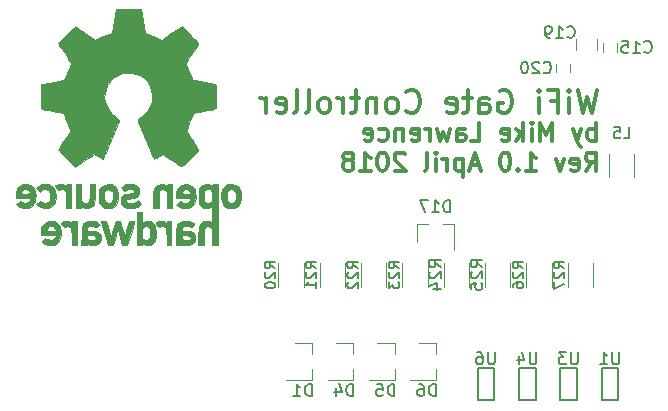
<source format=gbo>
G04 #@! TF.GenerationSoftware,KiCad,Pcbnew,(5.0.0-rc2-dev-390-g2bfbff1)*
G04 #@! TF.CreationDate,2018-04-26T20:39:25-05:00*
G04 #@! TF.ProjectId,WiFi-Gate-Controller,576946692D476174652D436F6E74726F,rev?*
G04 #@! TF.SameCoordinates,Original*
G04 #@! TF.FileFunction,Legend,Bot*
G04 #@! TF.FilePolarity,Positive*
%FSLAX46Y46*%
G04 Gerber Fmt 4.6, Leading zero omitted, Abs format (unit mm)*
G04 Created by KiCad (PCBNEW (5.0.0-rc2-dev-390-g2bfbff1)) date Thursday, April 26, 2018 at 08:39:25 PM*
%MOMM*%
%LPD*%
G01*
G04 APERTURE LIST*
%ADD10C,0.304800*%
%ADD11C,0.010000*%
%ADD12C,0.120000*%
%ADD13C,0.203200*%
%ADD14C,0.152400*%
%ADD15C,0.150000*%
G04 APERTURE END LIST*
D10*
X76315022Y-59141428D02*
X76315022Y-57617428D01*
X76315022Y-58198000D02*
X76169880Y-58125428D01*
X75879594Y-58125428D01*
X75734451Y-58198000D01*
X75661880Y-58270571D01*
X75589308Y-58415714D01*
X75589308Y-58851142D01*
X75661880Y-58996285D01*
X75734451Y-59068857D01*
X75879594Y-59141428D01*
X76169880Y-59141428D01*
X76315022Y-59068857D01*
X75081308Y-58125428D02*
X74718451Y-59141428D01*
X74355594Y-58125428D02*
X74718451Y-59141428D01*
X74863594Y-59504285D01*
X74936165Y-59576857D01*
X75081308Y-59649428D01*
X72613880Y-59141428D02*
X72613880Y-57617428D01*
X72105880Y-58706000D01*
X71597880Y-57617428D01*
X71597880Y-59141428D01*
X70872165Y-59141428D02*
X70872165Y-58125428D01*
X70872165Y-57617428D02*
X70944737Y-57690000D01*
X70872165Y-57762571D01*
X70799594Y-57690000D01*
X70872165Y-57617428D01*
X70872165Y-57762571D01*
X70146451Y-59141428D02*
X70146451Y-57617428D01*
X70001308Y-58560857D02*
X69565880Y-59141428D01*
X69565880Y-58125428D02*
X70146451Y-58706000D01*
X68332165Y-59068857D02*
X68477308Y-59141428D01*
X68767594Y-59141428D01*
X68912737Y-59068857D01*
X68985308Y-58923714D01*
X68985308Y-58343142D01*
X68912737Y-58198000D01*
X68767594Y-58125428D01*
X68477308Y-58125428D01*
X68332165Y-58198000D01*
X68259594Y-58343142D01*
X68259594Y-58488285D01*
X68985308Y-58633428D01*
X65719594Y-59141428D02*
X66445308Y-59141428D01*
X66445308Y-57617428D01*
X64558451Y-59141428D02*
X64558451Y-58343142D01*
X64631022Y-58198000D01*
X64776165Y-58125428D01*
X65066451Y-58125428D01*
X65211594Y-58198000D01*
X64558451Y-59068857D02*
X64703594Y-59141428D01*
X65066451Y-59141428D01*
X65211594Y-59068857D01*
X65284165Y-58923714D01*
X65284165Y-58778571D01*
X65211594Y-58633428D01*
X65066451Y-58560857D01*
X64703594Y-58560857D01*
X64558451Y-58488285D01*
X63977880Y-58125428D02*
X63687594Y-59141428D01*
X63397308Y-58415714D01*
X63107022Y-59141428D01*
X62816737Y-58125428D01*
X62236165Y-59141428D02*
X62236165Y-58125428D01*
X62236165Y-58415714D02*
X62163594Y-58270571D01*
X62091022Y-58198000D01*
X61945880Y-58125428D01*
X61800737Y-58125428D01*
X60712165Y-59068857D02*
X60857308Y-59141428D01*
X61147594Y-59141428D01*
X61292737Y-59068857D01*
X61365308Y-58923714D01*
X61365308Y-58343142D01*
X61292737Y-58198000D01*
X61147594Y-58125428D01*
X60857308Y-58125428D01*
X60712165Y-58198000D01*
X60639594Y-58343142D01*
X60639594Y-58488285D01*
X61365308Y-58633428D01*
X59986451Y-58125428D02*
X59986451Y-59141428D01*
X59986451Y-58270571D02*
X59913880Y-58198000D01*
X59768737Y-58125428D01*
X59551022Y-58125428D01*
X59405880Y-58198000D01*
X59333308Y-58343142D01*
X59333308Y-59141428D01*
X57954451Y-59068857D02*
X58099594Y-59141428D01*
X58389880Y-59141428D01*
X58535022Y-59068857D01*
X58607594Y-58996285D01*
X58680165Y-58851142D01*
X58680165Y-58415714D01*
X58607594Y-58270571D01*
X58535022Y-58198000D01*
X58389880Y-58125428D01*
X58099594Y-58125428D01*
X57954451Y-58198000D01*
X56720737Y-59068857D02*
X56865880Y-59141428D01*
X57156165Y-59141428D01*
X57301308Y-59068857D01*
X57373880Y-58923714D01*
X57373880Y-58343142D01*
X57301308Y-58198000D01*
X57156165Y-58125428D01*
X56865880Y-58125428D01*
X56720737Y-58198000D01*
X56648165Y-58343142D01*
X56648165Y-58488285D01*
X57373880Y-58633428D01*
X75444165Y-61681428D02*
X75952165Y-60955714D01*
X76315022Y-61681428D02*
X76315022Y-60157428D01*
X75734451Y-60157428D01*
X75589308Y-60230000D01*
X75516737Y-60302571D01*
X75444165Y-60447714D01*
X75444165Y-60665428D01*
X75516737Y-60810571D01*
X75589308Y-60883142D01*
X75734451Y-60955714D01*
X76315022Y-60955714D01*
X74210451Y-61608857D02*
X74355594Y-61681428D01*
X74645880Y-61681428D01*
X74791022Y-61608857D01*
X74863594Y-61463714D01*
X74863594Y-60883142D01*
X74791022Y-60738000D01*
X74645880Y-60665428D01*
X74355594Y-60665428D01*
X74210451Y-60738000D01*
X74137880Y-60883142D01*
X74137880Y-61028285D01*
X74863594Y-61173428D01*
X73629880Y-60665428D02*
X73267022Y-61681428D01*
X72904165Y-60665428D01*
X70364165Y-61681428D02*
X71235022Y-61681428D01*
X70799594Y-61681428D02*
X70799594Y-60157428D01*
X70944737Y-60375142D01*
X71089880Y-60520285D01*
X71235022Y-60592857D01*
X69711022Y-61536285D02*
X69638451Y-61608857D01*
X69711022Y-61681428D01*
X69783594Y-61608857D01*
X69711022Y-61536285D01*
X69711022Y-61681428D01*
X68695022Y-60157428D02*
X68549880Y-60157428D01*
X68404737Y-60230000D01*
X68332165Y-60302571D01*
X68259594Y-60447714D01*
X68187022Y-60738000D01*
X68187022Y-61100857D01*
X68259594Y-61391142D01*
X68332165Y-61536285D01*
X68404737Y-61608857D01*
X68549880Y-61681428D01*
X68695022Y-61681428D01*
X68840165Y-61608857D01*
X68912737Y-61536285D01*
X68985308Y-61391142D01*
X69057880Y-61100857D01*
X69057880Y-60738000D01*
X68985308Y-60447714D01*
X68912737Y-60302571D01*
X68840165Y-60230000D01*
X68695022Y-60157428D01*
X66445308Y-61246000D02*
X65719594Y-61246000D01*
X66590451Y-61681428D02*
X66082451Y-60157428D01*
X65574451Y-61681428D01*
X65066451Y-60665428D02*
X65066451Y-62189428D01*
X65066451Y-60738000D02*
X64921308Y-60665428D01*
X64631022Y-60665428D01*
X64485880Y-60738000D01*
X64413308Y-60810571D01*
X64340737Y-60955714D01*
X64340737Y-61391142D01*
X64413308Y-61536285D01*
X64485880Y-61608857D01*
X64631022Y-61681428D01*
X64921308Y-61681428D01*
X65066451Y-61608857D01*
X63687594Y-61681428D02*
X63687594Y-60665428D01*
X63687594Y-60955714D02*
X63615022Y-60810571D01*
X63542451Y-60738000D01*
X63397308Y-60665428D01*
X63252165Y-60665428D01*
X62744165Y-61681428D02*
X62744165Y-60665428D01*
X62744165Y-60157428D02*
X62816737Y-60230000D01*
X62744165Y-60302571D01*
X62671594Y-60230000D01*
X62744165Y-60157428D01*
X62744165Y-60302571D01*
X61800737Y-61681428D02*
X61945880Y-61608857D01*
X62018451Y-61463714D01*
X62018451Y-60157428D01*
X60131594Y-60302571D02*
X60059022Y-60230000D01*
X59913880Y-60157428D01*
X59551022Y-60157428D01*
X59405880Y-60230000D01*
X59333308Y-60302571D01*
X59260737Y-60447714D01*
X59260737Y-60592857D01*
X59333308Y-60810571D01*
X60204165Y-61681428D01*
X59260737Y-61681428D01*
X58317308Y-60157428D02*
X58172165Y-60157428D01*
X58027022Y-60230000D01*
X57954451Y-60302571D01*
X57881880Y-60447714D01*
X57809308Y-60738000D01*
X57809308Y-61100857D01*
X57881880Y-61391142D01*
X57954451Y-61536285D01*
X58027022Y-61608857D01*
X58172165Y-61681428D01*
X58317308Y-61681428D01*
X58462451Y-61608857D01*
X58535022Y-61536285D01*
X58607594Y-61391142D01*
X58680165Y-61100857D01*
X58680165Y-60738000D01*
X58607594Y-60447714D01*
X58535022Y-60302571D01*
X58462451Y-60230000D01*
X58317308Y-60157428D01*
X56357880Y-61681428D02*
X57228737Y-61681428D01*
X56793308Y-61681428D02*
X56793308Y-60157428D01*
X56938451Y-60375142D01*
X57083594Y-60520285D01*
X57228737Y-60592857D01*
X55487022Y-60810571D02*
X55632165Y-60738000D01*
X55704737Y-60665428D01*
X55777308Y-60520285D01*
X55777308Y-60447714D01*
X55704737Y-60302571D01*
X55632165Y-60230000D01*
X55487022Y-60157428D01*
X55196737Y-60157428D01*
X55051594Y-60230000D01*
X54979022Y-60302571D01*
X54906451Y-60447714D01*
X54906451Y-60520285D01*
X54979022Y-60665428D01*
X55051594Y-60738000D01*
X55196737Y-60810571D01*
X55487022Y-60810571D01*
X55632165Y-60883142D01*
X55704737Y-60955714D01*
X55777308Y-61100857D01*
X55777308Y-61391142D01*
X55704737Y-61536285D01*
X55632165Y-61608857D01*
X55487022Y-61681428D01*
X55196737Y-61681428D01*
X55051594Y-61608857D01*
X54979022Y-61536285D01*
X54906451Y-61391142D01*
X54906451Y-61100857D01*
X54979022Y-60955714D01*
X55051594Y-60883142D01*
X55196737Y-60810571D01*
X76405737Y-54868785D02*
X75952165Y-56773785D01*
X75589308Y-55413071D01*
X75226451Y-56773785D01*
X74772880Y-54868785D01*
X74047165Y-56773785D02*
X74047165Y-55503785D01*
X74047165Y-54868785D02*
X74137880Y-54959500D01*
X74047165Y-55050214D01*
X73956451Y-54959500D01*
X74047165Y-54868785D01*
X74047165Y-55050214D01*
X72505022Y-55775928D02*
X73140022Y-55775928D01*
X73140022Y-56773785D02*
X73140022Y-54868785D01*
X72232880Y-54868785D01*
X71507165Y-56773785D02*
X71507165Y-55503785D01*
X71507165Y-54868785D02*
X71597880Y-54959500D01*
X71507165Y-55050214D01*
X71416451Y-54959500D01*
X71507165Y-54868785D01*
X71507165Y-55050214D01*
X68150737Y-54959500D02*
X68332165Y-54868785D01*
X68604308Y-54868785D01*
X68876451Y-54959500D01*
X69057880Y-55140928D01*
X69148594Y-55322357D01*
X69239308Y-55685214D01*
X69239308Y-55957357D01*
X69148594Y-56320214D01*
X69057880Y-56501642D01*
X68876451Y-56683071D01*
X68604308Y-56773785D01*
X68422880Y-56773785D01*
X68150737Y-56683071D01*
X68060022Y-56592357D01*
X68060022Y-55957357D01*
X68422880Y-55957357D01*
X66427165Y-56773785D02*
X66427165Y-55775928D01*
X66517880Y-55594500D01*
X66699308Y-55503785D01*
X67062165Y-55503785D01*
X67243594Y-55594500D01*
X66427165Y-56683071D02*
X66608594Y-56773785D01*
X67062165Y-56773785D01*
X67243594Y-56683071D01*
X67334308Y-56501642D01*
X67334308Y-56320214D01*
X67243594Y-56138785D01*
X67062165Y-56048071D01*
X66608594Y-56048071D01*
X66427165Y-55957357D01*
X65792165Y-55503785D02*
X65066451Y-55503785D01*
X65520022Y-54868785D02*
X65520022Y-56501642D01*
X65429308Y-56683071D01*
X65247880Y-56773785D01*
X65066451Y-56773785D01*
X63705737Y-56683071D02*
X63887165Y-56773785D01*
X64250022Y-56773785D01*
X64431451Y-56683071D01*
X64522165Y-56501642D01*
X64522165Y-55775928D01*
X64431451Y-55594500D01*
X64250022Y-55503785D01*
X63887165Y-55503785D01*
X63705737Y-55594500D01*
X63615022Y-55775928D01*
X63615022Y-55957357D01*
X64522165Y-56138785D01*
X60258594Y-56592357D02*
X60349308Y-56683071D01*
X60621451Y-56773785D01*
X60802880Y-56773785D01*
X61075022Y-56683071D01*
X61256451Y-56501642D01*
X61347165Y-56320214D01*
X61437880Y-55957357D01*
X61437880Y-55685214D01*
X61347165Y-55322357D01*
X61256451Y-55140928D01*
X61075022Y-54959500D01*
X60802880Y-54868785D01*
X60621451Y-54868785D01*
X60349308Y-54959500D01*
X60258594Y-55050214D01*
X59170022Y-56773785D02*
X59351451Y-56683071D01*
X59442165Y-56592357D01*
X59532880Y-56410928D01*
X59532880Y-55866642D01*
X59442165Y-55685214D01*
X59351451Y-55594500D01*
X59170022Y-55503785D01*
X58897880Y-55503785D01*
X58716451Y-55594500D01*
X58625737Y-55685214D01*
X58535022Y-55866642D01*
X58535022Y-56410928D01*
X58625737Y-56592357D01*
X58716451Y-56683071D01*
X58897880Y-56773785D01*
X59170022Y-56773785D01*
X57718594Y-55503785D02*
X57718594Y-56773785D01*
X57718594Y-55685214D02*
X57627880Y-55594500D01*
X57446451Y-55503785D01*
X57174308Y-55503785D01*
X56992880Y-55594500D01*
X56902165Y-55775928D01*
X56902165Y-56773785D01*
X56267165Y-55503785D02*
X55541451Y-55503785D01*
X55995022Y-54868785D02*
X55995022Y-56501642D01*
X55904308Y-56683071D01*
X55722880Y-56773785D01*
X55541451Y-56773785D01*
X54906451Y-56773785D02*
X54906451Y-55503785D01*
X54906451Y-55866642D02*
X54815737Y-55685214D01*
X54725022Y-55594500D01*
X54543594Y-55503785D01*
X54362165Y-55503785D01*
X53455022Y-56773785D02*
X53636451Y-56683071D01*
X53727165Y-56592357D01*
X53817880Y-56410928D01*
X53817880Y-55866642D01*
X53727165Y-55685214D01*
X53636451Y-55594500D01*
X53455022Y-55503785D01*
X53182880Y-55503785D01*
X53001451Y-55594500D01*
X52910737Y-55685214D01*
X52820022Y-55866642D01*
X52820022Y-56410928D01*
X52910737Y-56592357D01*
X53001451Y-56683071D01*
X53182880Y-56773785D01*
X53455022Y-56773785D01*
X51731451Y-56773785D02*
X51912880Y-56683071D01*
X52003594Y-56501642D01*
X52003594Y-54868785D01*
X50733594Y-56773785D02*
X50915022Y-56683071D01*
X51005737Y-56501642D01*
X51005737Y-54868785D01*
X49282165Y-56683071D02*
X49463594Y-56773785D01*
X49826451Y-56773785D01*
X50007880Y-56683071D01*
X50098594Y-56501642D01*
X50098594Y-55775928D01*
X50007880Y-55594500D01*
X49826451Y-55503785D01*
X49463594Y-55503785D01*
X49282165Y-55594500D01*
X49191451Y-55775928D01*
X49191451Y-55957357D01*
X50098594Y-56138785D01*
X48375022Y-56773785D02*
X48375022Y-55503785D01*
X48375022Y-55866642D02*
X48284308Y-55685214D01*
X48193594Y-55594500D01*
X48012165Y-55503785D01*
X47830737Y-55503785D01*
D11*
G36*
X43070808Y-62865166D02*
X42983015Y-62908540D01*
X42874751Y-62984122D01*
X42795845Y-63066542D01*
X42741805Y-63170037D01*
X42708141Y-63308843D01*
X42690363Y-63497194D01*
X42683980Y-63749328D01*
X42683607Y-63857724D01*
X42684696Y-64095287D01*
X42689222Y-64265068D01*
X42699068Y-64382550D01*
X42716118Y-64463215D01*
X42742259Y-64522545D01*
X42769458Y-64563020D01*
X42943080Y-64735225D01*
X43147538Y-64838806D01*
X43368104Y-64869960D01*
X43590046Y-64824885D01*
X43660360Y-64793009D01*
X43828689Y-64705271D01*
X43828689Y-66080172D01*
X43705838Y-66016643D01*
X43543967Y-65967491D01*
X43345005Y-65954900D01*
X43146328Y-65978147D01*
X42996290Y-66030370D01*
X42871841Y-66129826D01*
X42765508Y-66272143D01*
X42757513Y-66286755D01*
X42723793Y-66355582D01*
X42699166Y-66424956D01*
X42682214Y-66508996D01*
X42671519Y-66621816D01*
X42665662Y-66777533D01*
X42663227Y-66990265D01*
X42662787Y-67229664D01*
X42662787Y-67993443D01*
X43120820Y-67993443D01*
X43120820Y-66585108D01*
X43248933Y-66477308D01*
X43382018Y-66391079D01*
X43508048Y-66375401D01*
X43634778Y-66415747D01*
X43702317Y-66455254D01*
X43752586Y-66511527D01*
X43788338Y-66596572D01*
X43812328Y-66722394D01*
X43827311Y-66900998D01*
X43836040Y-67144391D01*
X43839114Y-67306394D01*
X43849508Y-67972623D01*
X44068115Y-67985209D01*
X44286721Y-67997795D01*
X44286721Y-63863464D01*
X43828689Y-63863464D01*
X43817011Y-64093953D01*
X43777662Y-64253950D01*
X43704166Y-64353497D01*
X43590049Y-64402639D01*
X43474754Y-64412459D01*
X43344238Y-64401175D01*
X43257617Y-64356764D01*
X43203451Y-64298081D01*
X43160810Y-64234962D01*
X43135426Y-64164645D01*
X43124131Y-64066123D01*
X43123760Y-63918387D01*
X43127560Y-63794683D01*
X43136288Y-63608328D01*
X43149280Y-63485982D01*
X43171159Y-63408377D01*
X43206546Y-63356245D01*
X43239941Y-63326111D01*
X43379475Y-63260399D01*
X43544619Y-63249787D01*
X43639446Y-63272423D01*
X43733334Y-63352881D01*
X43795526Y-63509392D01*
X43825669Y-63740852D01*
X43828689Y-63863464D01*
X44286721Y-63863464D01*
X44286721Y-62830164D01*
X44057705Y-62830164D01*
X43920206Y-62835602D01*
X43849267Y-62854909D01*
X43828697Y-62892576D01*
X43828689Y-62893692D01*
X43819145Y-62930581D01*
X43777051Y-62926393D01*
X43693361Y-62885859D01*
X43498354Y-62823850D01*
X43278954Y-62817332D01*
X43070808Y-62865166D01*
X43070808Y-62865166D01*
G37*
X43070808Y-62865166D02*
X42983015Y-62908540D01*
X42874751Y-62984122D01*
X42795845Y-63066542D01*
X42741805Y-63170037D01*
X42708141Y-63308843D01*
X42690363Y-63497194D01*
X42683980Y-63749328D01*
X42683607Y-63857724D01*
X42684696Y-64095287D01*
X42689222Y-64265068D01*
X42699068Y-64382550D01*
X42716118Y-64463215D01*
X42742259Y-64522545D01*
X42769458Y-64563020D01*
X42943080Y-64735225D01*
X43147538Y-64838806D01*
X43368104Y-64869960D01*
X43590046Y-64824885D01*
X43660360Y-64793009D01*
X43828689Y-64705271D01*
X43828689Y-66080172D01*
X43705838Y-66016643D01*
X43543967Y-65967491D01*
X43345005Y-65954900D01*
X43146328Y-65978147D01*
X42996290Y-66030370D01*
X42871841Y-66129826D01*
X42765508Y-66272143D01*
X42757513Y-66286755D01*
X42723793Y-66355582D01*
X42699166Y-66424956D01*
X42682214Y-66508996D01*
X42671519Y-66621816D01*
X42665662Y-66777533D01*
X42663227Y-66990265D01*
X42662787Y-67229664D01*
X42662787Y-67993443D01*
X43120820Y-67993443D01*
X43120820Y-66585108D01*
X43248933Y-66477308D01*
X43382018Y-66391079D01*
X43508048Y-66375401D01*
X43634778Y-66415747D01*
X43702317Y-66455254D01*
X43752586Y-66511527D01*
X43788338Y-66596572D01*
X43812328Y-66722394D01*
X43827311Y-66900998D01*
X43836040Y-67144391D01*
X43839114Y-67306394D01*
X43849508Y-67972623D01*
X44068115Y-67985209D01*
X44286721Y-67997795D01*
X44286721Y-63863464D01*
X43828689Y-63863464D01*
X43817011Y-64093953D01*
X43777662Y-64253950D01*
X43704166Y-64353497D01*
X43590049Y-64402639D01*
X43474754Y-64412459D01*
X43344238Y-64401175D01*
X43257617Y-64356764D01*
X43203451Y-64298081D01*
X43160810Y-64234962D01*
X43135426Y-64164645D01*
X43124131Y-64066123D01*
X43123760Y-63918387D01*
X43127560Y-63794683D01*
X43136288Y-63608328D01*
X43149280Y-63485982D01*
X43171159Y-63408377D01*
X43206546Y-63356245D01*
X43239941Y-63326111D01*
X43379475Y-63260399D01*
X43544619Y-63249787D01*
X43639446Y-63272423D01*
X43733334Y-63352881D01*
X43795526Y-63509392D01*
X43825669Y-63740852D01*
X43828689Y-63863464D01*
X44286721Y-63863464D01*
X44286721Y-62830164D01*
X44057705Y-62830164D01*
X43920206Y-62835602D01*
X43849267Y-62854909D01*
X43828697Y-62892576D01*
X43828689Y-62893692D01*
X43819145Y-62930581D01*
X43777051Y-62926393D01*
X43693361Y-62885859D01*
X43498354Y-62823850D01*
X43278954Y-62817332D01*
X43070808Y-62865166D01*
G36*
X41333779Y-65969247D02*
X41137889Y-66021514D01*
X40988767Y-66116253D01*
X40883535Y-66240338D01*
X40850821Y-66293296D01*
X40826669Y-66348768D01*
X40809784Y-66419730D01*
X40798873Y-66519154D01*
X40792640Y-66660016D01*
X40789791Y-66855289D01*
X40789032Y-67117948D01*
X40789016Y-67187633D01*
X40789016Y-67993443D01*
X40988885Y-67993443D01*
X41116370Y-67984515D01*
X41210634Y-67961896D01*
X41234251Y-67947946D01*
X41298815Y-67923870D01*
X41364759Y-67947946D01*
X41473332Y-67978003D01*
X41631042Y-67990100D01*
X41805844Y-67984851D01*
X41965693Y-67962869D01*
X42059016Y-67934663D01*
X42239609Y-67818731D01*
X42352470Y-67657847D01*
X42403209Y-67443936D01*
X42403680Y-67438443D01*
X42399227Y-67343547D01*
X41996557Y-67343547D01*
X41961354Y-67451484D01*
X41904014Y-67512229D01*
X41788913Y-67558172D01*
X41636986Y-67576512D01*
X41482061Y-67567485D01*
X41357964Y-67531332D01*
X41323197Y-67508137D01*
X41262444Y-67400960D01*
X41247049Y-67279120D01*
X41247049Y-67119017D01*
X41477403Y-67119017D01*
X41696241Y-67135863D01*
X41862137Y-67183593D01*
X41965338Y-67257986D01*
X41996557Y-67343547D01*
X42399227Y-67343547D01*
X42392713Y-67204731D01*
X42315631Y-67019946D01*
X42170714Y-66880206D01*
X42150683Y-66867495D01*
X42064610Y-66826105D01*
X41958073Y-66801041D01*
X41809141Y-66788858D01*
X41632213Y-66786057D01*
X41247049Y-66785902D01*
X41247049Y-66624443D01*
X41263387Y-66499168D01*
X41305078Y-66415241D01*
X41309959Y-66410773D01*
X41402736Y-66374059D01*
X41542784Y-66359828D01*
X41697555Y-66366821D01*
X41834499Y-66393780D01*
X41915759Y-66434212D01*
X41959790Y-66466601D01*
X42006285Y-66472784D01*
X42070451Y-66446248D01*
X42167495Y-66380479D01*
X42312626Y-66268963D01*
X42325947Y-66258516D01*
X42319121Y-66219862D01*
X42262178Y-66155572D01*
X42175630Y-66084131D01*
X42079992Y-66024021D01*
X42049944Y-66009827D01*
X41940341Y-65981503D01*
X41779735Y-65961300D01*
X41600302Y-65953196D01*
X41591911Y-65953180D01*
X41333779Y-65969247D01*
X41333779Y-65969247D01*
G37*
X41333779Y-65969247D02*
X41137889Y-66021514D01*
X40988767Y-66116253D01*
X40883535Y-66240338D01*
X40850821Y-66293296D01*
X40826669Y-66348768D01*
X40809784Y-66419730D01*
X40798873Y-66519154D01*
X40792640Y-66660016D01*
X40789791Y-66855289D01*
X40789032Y-67117948D01*
X40789016Y-67187633D01*
X40789016Y-67993443D01*
X40988885Y-67993443D01*
X41116370Y-67984515D01*
X41210634Y-67961896D01*
X41234251Y-67947946D01*
X41298815Y-67923870D01*
X41364759Y-67947946D01*
X41473332Y-67978003D01*
X41631042Y-67990100D01*
X41805844Y-67984851D01*
X41965693Y-67962869D01*
X42059016Y-67934663D01*
X42239609Y-67818731D01*
X42352470Y-67657847D01*
X42403209Y-67443936D01*
X42403680Y-67438443D01*
X42399227Y-67343547D01*
X41996557Y-67343547D01*
X41961354Y-67451484D01*
X41904014Y-67512229D01*
X41788913Y-67558172D01*
X41636986Y-67576512D01*
X41482061Y-67567485D01*
X41357964Y-67531332D01*
X41323197Y-67508137D01*
X41262444Y-67400960D01*
X41247049Y-67279120D01*
X41247049Y-67119017D01*
X41477403Y-67119017D01*
X41696241Y-67135863D01*
X41862137Y-67183593D01*
X41965338Y-67257986D01*
X41996557Y-67343547D01*
X42399227Y-67343547D01*
X42392713Y-67204731D01*
X42315631Y-67019946D01*
X42170714Y-66880206D01*
X42150683Y-66867495D01*
X42064610Y-66826105D01*
X41958073Y-66801041D01*
X41809141Y-66788858D01*
X41632213Y-66786057D01*
X41247049Y-66785902D01*
X41247049Y-66624443D01*
X41263387Y-66499168D01*
X41305078Y-66415241D01*
X41309959Y-66410773D01*
X41402736Y-66374059D01*
X41542784Y-66359828D01*
X41697555Y-66366821D01*
X41834499Y-66393780D01*
X41915759Y-66434212D01*
X41959790Y-66466601D01*
X42006285Y-66472784D01*
X42070451Y-66446248D01*
X42167495Y-66380479D01*
X42312626Y-66268963D01*
X42325947Y-66258516D01*
X42319121Y-66219862D01*
X42262178Y-66155572D01*
X42175630Y-66084131D01*
X42079992Y-66024021D01*
X42049944Y-66009827D01*
X41940341Y-65981503D01*
X41779735Y-65961300D01*
X41600302Y-65953196D01*
X41591911Y-65953180D01*
X41333779Y-65969247D01*
G36*
X40039475Y-65957540D02*
X39977163Y-65976218D01*
X39957075Y-66017255D01*
X39956230Y-66035782D01*
X39952625Y-66087383D01*
X39927800Y-66095484D01*
X39860737Y-66060108D01*
X39820902Y-66035937D01*
X39695227Y-65984175D01*
X39545123Y-65958581D01*
X39387737Y-65956613D01*
X39240214Y-65975729D01*
X39119700Y-66013387D01*
X39043340Y-66067044D01*
X39028281Y-66134158D01*
X39035881Y-66152333D01*
X39091282Y-66227777D01*
X39177190Y-66320568D01*
X39192728Y-66335568D01*
X39274612Y-66404540D01*
X39345263Y-66426825D01*
X39444068Y-66411272D01*
X39483652Y-66400938D01*
X39606828Y-66376116D01*
X39693436Y-66387278D01*
X39766576Y-66426646D01*
X39833574Y-66479479D01*
X39882918Y-66545924D01*
X39917209Y-66638652D01*
X39939048Y-66770334D01*
X39951034Y-66953641D01*
X39955769Y-67201246D01*
X39956230Y-67350744D01*
X39956230Y-67993443D01*
X40372623Y-67993443D01*
X40372623Y-65953115D01*
X40164426Y-65953115D01*
X40039475Y-65957540D01*
X40039475Y-65957540D01*
G37*
X40039475Y-65957540D02*
X39977163Y-65976218D01*
X39957075Y-66017255D01*
X39956230Y-66035782D01*
X39952625Y-66087383D01*
X39927800Y-66095484D01*
X39860737Y-66060108D01*
X39820902Y-66035937D01*
X39695227Y-65984175D01*
X39545123Y-65958581D01*
X39387737Y-65956613D01*
X39240214Y-65975729D01*
X39119700Y-66013387D01*
X39043340Y-66067044D01*
X39028281Y-66134158D01*
X39035881Y-66152333D01*
X39091282Y-66227777D01*
X39177190Y-66320568D01*
X39192728Y-66335568D01*
X39274612Y-66404540D01*
X39345263Y-66426825D01*
X39444068Y-66411272D01*
X39483652Y-66400938D01*
X39606828Y-66376116D01*
X39693436Y-66387278D01*
X39766576Y-66426646D01*
X39833574Y-66479479D01*
X39882918Y-66545924D01*
X39917209Y-66638652D01*
X39939048Y-66770334D01*
X39951034Y-66953641D01*
X39955769Y-67201246D01*
X39956230Y-67350744D01*
X39956230Y-67993443D01*
X40372623Y-67993443D01*
X40372623Y-65953115D01*
X40164426Y-65953115D01*
X40039475Y-65957540D01*
G36*
X37416230Y-67993443D02*
X37645246Y-67993443D01*
X37778175Y-67989546D01*
X37847405Y-67973407D01*
X37872332Y-67938354D01*
X37874262Y-67914653D01*
X37878466Y-67867123D01*
X37904974Y-67858008D01*
X37974633Y-67887308D01*
X38028804Y-67914653D01*
X38236777Y-67979451D01*
X38462853Y-67983201D01*
X38646655Y-67934873D01*
X38817813Y-67818118D01*
X38948284Y-67645781D01*
X39019727Y-67442506D01*
X39021546Y-67431141D01*
X39032161Y-67307136D01*
X39037440Y-67129117D01*
X39037016Y-66994480D01*
X38582172Y-66994480D01*
X38571635Y-67173428D01*
X38547666Y-67320924D01*
X38515217Y-67404217D01*
X38392456Y-67518041D01*
X38246701Y-67558845D01*
X38096393Y-67525848D01*
X37967951Y-67427422D01*
X37919308Y-67361224D01*
X37890866Y-67282231D01*
X37877544Y-67166926D01*
X37874262Y-66993736D01*
X37880135Y-66822229D01*
X37895647Y-66671540D01*
X37917638Y-66570698D01*
X37921303Y-66561659D01*
X38009988Y-66454195D01*
X38139428Y-66395195D01*
X38284257Y-66385669D01*
X38419109Y-66426626D01*
X38518617Y-66519076D01*
X38528940Y-66537473D01*
X38561250Y-66649646D01*
X38578852Y-66810934D01*
X38582172Y-66994480D01*
X39037016Y-66994480D01*
X39036800Y-66926212D01*
X39033806Y-66817010D01*
X39013442Y-66546856D01*
X38971117Y-66344024D01*
X38900706Y-66194077D01*
X38796088Y-66082579D01*
X38694521Y-66017127D01*
X38552616Y-65971117D01*
X38376121Y-65955336D01*
X38195393Y-65968190D01*
X38040787Y-66008081D01*
X37959101Y-66055801D01*
X37874262Y-66132579D01*
X37874262Y-65161967D01*
X37416230Y-65161967D01*
X37416230Y-67993443D01*
X37416230Y-67993443D01*
G37*
X37416230Y-67993443D02*
X37645246Y-67993443D01*
X37778175Y-67989546D01*
X37847405Y-67973407D01*
X37872332Y-67938354D01*
X37874262Y-67914653D01*
X37878466Y-67867123D01*
X37904974Y-67858008D01*
X37974633Y-67887308D01*
X38028804Y-67914653D01*
X38236777Y-67979451D01*
X38462853Y-67983201D01*
X38646655Y-67934873D01*
X38817813Y-67818118D01*
X38948284Y-67645781D01*
X39019727Y-67442506D01*
X39021546Y-67431141D01*
X39032161Y-67307136D01*
X39037440Y-67129117D01*
X39037016Y-66994480D01*
X38582172Y-66994480D01*
X38571635Y-67173428D01*
X38547666Y-67320924D01*
X38515217Y-67404217D01*
X38392456Y-67518041D01*
X38246701Y-67558845D01*
X38096393Y-67525848D01*
X37967951Y-67427422D01*
X37919308Y-67361224D01*
X37890866Y-67282231D01*
X37877544Y-67166926D01*
X37874262Y-66993736D01*
X37880135Y-66822229D01*
X37895647Y-66671540D01*
X37917638Y-66570698D01*
X37921303Y-66561659D01*
X38009988Y-66454195D01*
X38139428Y-66395195D01*
X38284257Y-66385669D01*
X38419109Y-66426626D01*
X38518617Y-66519076D01*
X38528940Y-66537473D01*
X38561250Y-66649646D01*
X38578852Y-66810934D01*
X38582172Y-66994480D01*
X39037016Y-66994480D01*
X39036800Y-66926212D01*
X39033806Y-66817010D01*
X39013442Y-66546856D01*
X38971117Y-66344024D01*
X38900706Y-66194077D01*
X38796088Y-66082579D01*
X38694521Y-66017127D01*
X38552616Y-65971117D01*
X38376121Y-65955336D01*
X38195393Y-65968190D01*
X38040787Y-66008081D01*
X37959101Y-66055801D01*
X37874262Y-66132579D01*
X37874262Y-65161967D01*
X37416230Y-65161967D01*
X37416230Y-67993443D01*
G36*
X35653058Y-65973935D02*
X35437752Y-66619344D01*
X35222445Y-67264754D01*
X35154936Y-67035738D01*
X35114309Y-66894204D01*
X35060867Y-66702936D01*
X35003158Y-66492693D01*
X34972645Y-66379918D01*
X34857864Y-65953115D01*
X34384313Y-65953115D01*
X34525861Y-66400738D01*
X34595567Y-66620903D01*
X34679777Y-66886471D01*
X34767719Y-67163492D01*
X34846228Y-67410492D01*
X35025048Y-67972623D01*
X35218118Y-67985185D01*
X35411189Y-67997746D01*
X35515882Y-67652070D01*
X35580447Y-67437335D01*
X35650908Y-67200604D01*
X35712489Y-66991526D01*
X35714919Y-66983205D01*
X35760915Y-66841537D01*
X35801497Y-66744874D01*
X35829920Y-66708321D01*
X35835761Y-66712549D01*
X35856262Y-66769217D01*
X35895215Y-66890605D01*
X35947878Y-67061448D01*
X36009509Y-67266482D01*
X36042857Y-67379262D01*
X36223454Y-67993443D01*
X36606733Y-67993443D01*
X36913133Y-67025328D01*
X36999209Y-66753759D01*
X37077620Y-66507138D01*
X37144661Y-66297048D01*
X37196631Y-66135076D01*
X37229826Y-66032808D01*
X37239916Y-66002928D01*
X37231928Y-65972334D01*
X37169208Y-65958935D01*
X37038685Y-65960275D01*
X37018253Y-65961288D01*
X36776208Y-65973935D01*
X36617683Y-66556885D01*
X36559415Y-66769486D01*
X36507345Y-66956377D01*
X36466056Y-67101331D01*
X36440134Y-67188120D01*
X36435344Y-67202269D01*
X36415496Y-67185998D01*
X36375470Y-67101697D01*
X36319862Y-66960842D01*
X36253269Y-66774911D01*
X36196976Y-66606956D01*
X35982422Y-65949209D01*
X35653058Y-65973935D01*
X35653058Y-65973935D01*
G37*
X35653058Y-65973935D02*
X35437752Y-66619344D01*
X35222445Y-67264754D01*
X35154936Y-67035738D01*
X35114309Y-66894204D01*
X35060867Y-66702936D01*
X35003158Y-66492693D01*
X34972645Y-66379918D01*
X34857864Y-65953115D01*
X34384313Y-65953115D01*
X34525861Y-66400738D01*
X34595567Y-66620903D01*
X34679777Y-66886471D01*
X34767719Y-67163492D01*
X34846228Y-67410492D01*
X35025048Y-67972623D01*
X35218118Y-67985185D01*
X35411189Y-67997746D01*
X35515882Y-67652070D01*
X35580447Y-67437335D01*
X35650908Y-67200604D01*
X35712489Y-66991526D01*
X35714919Y-66983205D01*
X35760915Y-66841537D01*
X35801497Y-66744874D01*
X35829920Y-66708321D01*
X35835761Y-66712549D01*
X35856262Y-66769217D01*
X35895215Y-66890605D01*
X35947878Y-67061448D01*
X36009509Y-67266482D01*
X36042857Y-67379262D01*
X36223454Y-67993443D01*
X36606733Y-67993443D01*
X36913133Y-67025328D01*
X36999209Y-66753759D01*
X37077620Y-66507138D01*
X37144661Y-66297048D01*
X37196631Y-66135076D01*
X37229826Y-66032808D01*
X37239916Y-66002928D01*
X37231928Y-65972334D01*
X37169208Y-65958935D01*
X37038685Y-65960275D01*
X37018253Y-65961288D01*
X36776208Y-65973935D01*
X36617683Y-66556885D01*
X36559415Y-66769486D01*
X36507345Y-66956377D01*
X36466056Y-67101331D01*
X36440134Y-67188120D01*
X36435344Y-67202269D01*
X36415496Y-67185998D01*
X36375470Y-67101697D01*
X36319862Y-66960842D01*
X36253269Y-66774911D01*
X36196976Y-66606956D01*
X35982422Y-65949209D01*
X35653058Y-65973935D01*
G36*
X33311330Y-65965480D02*
X33135821Y-66008109D01*
X33085088Y-66030693D01*
X32986746Y-66089847D01*
X32911273Y-66156472D01*
X32855429Y-66242135D01*
X32815974Y-66358405D01*
X32789668Y-66516848D01*
X32773271Y-66729034D01*
X32763543Y-67006529D01*
X32759849Y-67191885D01*
X32746255Y-67993443D01*
X32978456Y-67993443D01*
X33119323Y-67987536D01*
X33191898Y-67967350D01*
X33210656Y-67933453D01*
X33220559Y-67896799D01*
X33264834Y-67903807D01*
X33325164Y-67933197D01*
X33476197Y-67978246D01*
X33670307Y-67990385D01*
X33874469Y-67970529D01*
X34055660Y-67919592D01*
X34071911Y-67912522D01*
X34237509Y-67796188D01*
X34346676Y-67634467D01*
X34396909Y-67445430D01*
X34393072Y-67377515D01*
X33983237Y-67377515D01*
X33947125Y-67468914D01*
X33840058Y-67534411D01*
X33667316Y-67569563D01*
X33575000Y-67574231D01*
X33421150Y-67562282D01*
X33318885Y-67515844D01*
X33293934Y-67493771D01*
X33226339Y-67373681D01*
X33210656Y-67264754D01*
X33210656Y-67119017D01*
X33413648Y-67119017D01*
X33649613Y-67131043D01*
X33815119Y-67168871D01*
X33919695Y-67235121D01*
X33943109Y-67264656D01*
X33983237Y-67377515D01*
X34393072Y-67377515D01*
X34385705Y-67247148D01*
X34310560Y-67057692D01*
X34208032Y-66929656D01*
X34145935Y-66874302D01*
X34085145Y-66837924D01*
X34006048Y-66815744D01*
X33889029Y-66802982D01*
X33714473Y-66794857D01*
X33645237Y-66792521D01*
X33210656Y-66778321D01*
X33211293Y-66646784D01*
X33228124Y-66508519D01*
X33288974Y-66424917D01*
X33411905Y-66371507D01*
X33415203Y-66370555D01*
X33589496Y-66349555D01*
X33760048Y-66376985D01*
X33886800Y-66443689D01*
X33937658Y-66476625D01*
X33992435Y-66472068D01*
X34076728Y-66424349D01*
X34126227Y-66390671D01*
X34223045Y-66318716D01*
X34283018Y-66264779D01*
X34292641Y-66249337D01*
X34253015Y-66169424D01*
X34135936Y-66073989D01*
X34085082Y-66041789D01*
X33938887Y-65986332D01*
X33741863Y-65954913D01*
X33523011Y-65947855D01*
X33311330Y-65965480D01*
X33311330Y-65965480D01*
G37*
X33311330Y-65965480D02*
X33135821Y-66008109D01*
X33085088Y-66030693D01*
X32986746Y-66089847D01*
X32911273Y-66156472D01*
X32855429Y-66242135D01*
X32815974Y-66358405D01*
X32789668Y-66516848D01*
X32773271Y-66729034D01*
X32763543Y-67006529D01*
X32759849Y-67191885D01*
X32746255Y-67993443D01*
X32978456Y-67993443D01*
X33119323Y-67987536D01*
X33191898Y-67967350D01*
X33210656Y-67933453D01*
X33220559Y-67896799D01*
X33264834Y-67903807D01*
X33325164Y-67933197D01*
X33476197Y-67978246D01*
X33670307Y-67990385D01*
X33874469Y-67970529D01*
X34055660Y-67919592D01*
X34071911Y-67912522D01*
X34237509Y-67796188D01*
X34346676Y-67634467D01*
X34396909Y-67445430D01*
X34393072Y-67377515D01*
X33983237Y-67377515D01*
X33947125Y-67468914D01*
X33840058Y-67534411D01*
X33667316Y-67569563D01*
X33575000Y-67574231D01*
X33421150Y-67562282D01*
X33318885Y-67515844D01*
X33293934Y-67493771D01*
X33226339Y-67373681D01*
X33210656Y-67264754D01*
X33210656Y-67119017D01*
X33413648Y-67119017D01*
X33649613Y-67131043D01*
X33815119Y-67168871D01*
X33919695Y-67235121D01*
X33943109Y-67264656D01*
X33983237Y-67377515D01*
X34393072Y-67377515D01*
X34385705Y-67247148D01*
X34310560Y-67057692D01*
X34208032Y-66929656D01*
X34145935Y-66874302D01*
X34085145Y-66837924D01*
X34006048Y-66815744D01*
X33889029Y-66802982D01*
X33714473Y-66794857D01*
X33645237Y-66792521D01*
X33210656Y-66778321D01*
X33211293Y-66646784D01*
X33228124Y-66508519D01*
X33288974Y-66424917D01*
X33411905Y-66371507D01*
X33415203Y-66370555D01*
X33589496Y-66349555D01*
X33760048Y-66376985D01*
X33886800Y-66443689D01*
X33937658Y-66476625D01*
X33992435Y-66472068D01*
X34076728Y-66424349D01*
X34126227Y-66390671D01*
X34223045Y-66318716D01*
X34283018Y-66264779D01*
X34292641Y-66249337D01*
X34253015Y-66169424D01*
X34135936Y-66073989D01*
X34085082Y-66041789D01*
X33938887Y-65986332D01*
X33741863Y-65954913D01*
X33523011Y-65947855D01*
X33311330Y-65965480D01*
G36*
X31334893Y-65952460D02*
X31174818Y-65984017D01*
X31083688Y-66030743D01*
X30987821Y-66108370D01*
X31124213Y-66280579D01*
X31208306Y-66384867D01*
X31265408Y-66435746D01*
X31322156Y-66443519D01*
X31405189Y-66418488D01*
X31444167Y-66404327D01*
X31603074Y-66383433D01*
X31748601Y-66428220D01*
X31855440Y-66529399D01*
X31872795Y-66561659D01*
X31891697Y-66647115D01*
X31906284Y-66804606D01*
X31915874Y-67022969D01*
X31919781Y-67291038D01*
X31919836Y-67329172D01*
X31919836Y-67993443D01*
X32377869Y-67993443D01*
X32377869Y-65953115D01*
X32148852Y-65953115D01*
X32016801Y-65956563D01*
X31948008Y-65971907D01*
X31922570Y-66006648D01*
X31919836Y-66039416D01*
X31919836Y-66125717D01*
X31810122Y-66039416D01*
X31684320Y-65980538D01*
X31515319Y-65951426D01*
X31334893Y-65952460D01*
X31334893Y-65952460D01*
G37*
X31334893Y-65952460D02*
X31174818Y-65984017D01*
X31083688Y-66030743D01*
X30987821Y-66108370D01*
X31124213Y-66280579D01*
X31208306Y-66384867D01*
X31265408Y-66435746D01*
X31322156Y-66443519D01*
X31405189Y-66418488D01*
X31444167Y-66404327D01*
X31603074Y-66383433D01*
X31748601Y-66428220D01*
X31855440Y-66529399D01*
X31872795Y-66561659D01*
X31891697Y-66647115D01*
X31906284Y-66804606D01*
X31915874Y-67022969D01*
X31919781Y-67291038D01*
X31919836Y-67329172D01*
X31919836Y-67993443D01*
X32377869Y-67993443D01*
X32377869Y-65953115D01*
X32148852Y-65953115D01*
X32016801Y-65956563D01*
X31948008Y-65971907D01*
X31922570Y-66006648D01*
X31919836Y-66039416D01*
X31919836Y-66125717D01*
X31810122Y-66039416D01*
X31684320Y-65980538D01*
X31515319Y-65951426D01*
X31334893Y-65952460D01*
G36*
X30019158Y-65963999D02*
X29820124Y-66015746D01*
X29653439Y-66122544D01*
X29572731Y-66202326D01*
X29440432Y-66390931D01*
X29364610Y-66609720D01*
X29338562Y-66878668D01*
X29338429Y-66900410D01*
X29338197Y-67119017D01*
X30596405Y-67119017D01*
X30569585Y-67233525D01*
X30521159Y-67337232D01*
X30436404Y-67445290D01*
X30418677Y-67462541D01*
X30266320Y-67555904D01*
X30092576Y-67571738D01*
X29892589Y-67510313D01*
X29858689Y-67493771D01*
X29754712Y-67443484D01*
X29685069Y-67414834D01*
X29672917Y-67412184D01*
X29630499Y-67437913D01*
X29549601Y-67500861D01*
X29508535Y-67535259D01*
X29423440Y-67614276D01*
X29395497Y-67666451D01*
X29414890Y-67714446D01*
X29425257Y-67727570D01*
X29495469Y-67785008D01*
X29611326Y-67854813D01*
X29692131Y-67895564D01*
X29921499Y-67967362D01*
X30175436Y-67990625D01*
X30415926Y-67963059D01*
X30483279Y-67943321D01*
X30691738Y-67831612D01*
X30846254Y-67659721D01*
X30947722Y-67425979D01*
X30997035Y-67128716D01*
X31002449Y-66973279D01*
X30986641Y-66746973D01*
X30587377Y-66746973D01*
X30548760Y-66763702D01*
X30444958Y-66776829D01*
X30294044Y-66784575D01*
X30191803Y-66785902D01*
X30007899Y-66784623D01*
X29891826Y-66778638D01*
X29828148Y-66764724D01*
X29801433Y-66739655D01*
X29796230Y-66703280D01*
X29831927Y-66591229D01*
X29921804Y-66480488D01*
X30040034Y-66395489D01*
X30158310Y-66360718D01*
X30318956Y-66391563D01*
X30458022Y-66480732D01*
X30554443Y-66609263D01*
X30587377Y-66746973D01*
X30986641Y-66746973D01*
X30979428Y-66643733D01*
X30908376Y-66381175D01*
X30787790Y-66183525D01*
X30616166Y-66048702D01*
X30392002Y-65974626D01*
X30270562Y-65960360D01*
X30019158Y-65963999D01*
X30019158Y-65963999D01*
G37*
X30019158Y-65963999D02*
X29820124Y-66015746D01*
X29653439Y-66122544D01*
X29572731Y-66202326D01*
X29440432Y-66390931D01*
X29364610Y-66609720D01*
X29338562Y-66878668D01*
X29338429Y-66900410D01*
X29338197Y-67119017D01*
X30596405Y-67119017D01*
X30569585Y-67233525D01*
X30521159Y-67337232D01*
X30436404Y-67445290D01*
X30418677Y-67462541D01*
X30266320Y-67555904D01*
X30092576Y-67571738D01*
X29892589Y-67510313D01*
X29858689Y-67493771D01*
X29754712Y-67443484D01*
X29685069Y-67414834D01*
X29672917Y-67412184D01*
X29630499Y-67437913D01*
X29549601Y-67500861D01*
X29508535Y-67535259D01*
X29423440Y-67614276D01*
X29395497Y-67666451D01*
X29414890Y-67714446D01*
X29425257Y-67727570D01*
X29495469Y-67785008D01*
X29611326Y-67854813D01*
X29692131Y-67895564D01*
X29921499Y-67967362D01*
X30175436Y-67990625D01*
X30415926Y-67963059D01*
X30483279Y-67943321D01*
X30691738Y-67831612D01*
X30846254Y-67659721D01*
X30947722Y-67425979D01*
X30997035Y-67128716D01*
X31002449Y-66973279D01*
X30986641Y-66746973D01*
X30587377Y-66746973D01*
X30548760Y-66763702D01*
X30444958Y-66776829D01*
X30294044Y-66784575D01*
X30191803Y-66785902D01*
X30007899Y-66784623D01*
X29891826Y-66778638D01*
X29828148Y-66764724D01*
X29801433Y-66739655D01*
X29796230Y-66703280D01*
X29831927Y-66591229D01*
X29921804Y-66480488D01*
X30040034Y-66395489D01*
X30158310Y-66360718D01*
X30318956Y-66391563D01*
X30458022Y-66480732D01*
X30554443Y-66609263D01*
X30587377Y-66746973D01*
X30986641Y-66746973D01*
X30979428Y-66643733D01*
X30908376Y-66381175D01*
X30787790Y-66183525D01*
X30616166Y-66048702D01*
X30392002Y-65974626D01*
X30270562Y-65960360D01*
X30019158Y-65963999D01*
G36*
X45155390Y-62851802D02*
X44937553Y-62948108D01*
X44772184Y-63108919D01*
X44659043Y-63334482D01*
X44597888Y-63625042D01*
X44593505Y-63670408D01*
X44590070Y-63990256D01*
X44634602Y-64270614D01*
X44724391Y-64497847D01*
X44772471Y-64570941D01*
X44939945Y-64725643D01*
X45153232Y-64825838D01*
X45391846Y-64867418D01*
X45635303Y-64846272D01*
X45820370Y-64781145D01*
X45979521Y-64671393D01*
X46109596Y-64527496D01*
X46111846Y-64524130D01*
X46164670Y-64435314D01*
X46198999Y-64346005D01*
X46219788Y-64233294D01*
X46231991Y-64074273D01*
X46237367Y-63943868D01*
X46239605Y-63825611D01*
X45823294Y-63825611D01*
X45819225Y-63943335D01*
X45804455Y-64100049D01*
X45778398Y-64200621D01*
X45731407Y-64272173D01*
X45687397Y-64313971D01*
X45531377Y-64401484D01*
X45368131Y-64413179D01*
X45216096Y-64350212D01*
X45140080Y-64279653D01*
X45085303Y-64208550D01*
X45053263Y-64140512D01*
X45039200Y-64051967D01*
X45038358Y-63919339D01*
X45042691Y-63797195D01*
X45052011Y-63622710D01*
X45066788Y-63509538D01*
X45093420Y-63435721D01*
X45138309Y-63379298D01*
X45173880Y-63347050D01*
X45322671Y-63262340D01*
X45483187Y-63258117D01*
X45617780Y-63308292D01*
X45732600Y-63413075D01*
X45801004Y-63585198D01*
X45823294Y-63825611D01*
X46239605Y-63825611D01*
X46242276Y-63684548D01*
X46233893Y-63490610D01*
X46208772Y-63344745D01*
X46163468Y-63229641D01*
X46094536Y-63127986D01*
X46068978Y-63097802D01*
X45909175Y-62947412D01*
X45737769Y-62859566D01*
X45528151Y-62822762D01*
X45425936Y-62819754D01*
X45155390Y-62851802D01*
X45155390Y-62851802D01*
G37*
X45155390Y-62851802D02*
X44937553Y-62948108D01*
X44772184Y-63108919D01*
X44659043Y-63334482D01*
X44597888Y-63625042D01*
X44593505Y-63670408D01*
X44590070Y-63990256D01*
X44634602Y-64270614D01*
X44724391Y-64497847D01*
X44772471Y-64570941D01*
X44939945Y-64725643D01*
X45153232Y-64825838D01*
X45391846Y-64867418D01*
X45635303Y-64846272D01*
X45820370Y-64781145D01*
X45979521Y-64671393D01*
X46109596Y-64527496D01*
X46111846Y-64524130D01*
X46164670Y-64435314D01*
X46198999Y-64346005D01*
X46219788Y-64233294D01*
X46231991Y-64074273D01*
X46237367Y-63943868D01*
X46239605Y-63825611D01*
X45823294Y-63825611D01*
X45819225Y-63943335D01*
X45804455Y-64100049D01*
X45778398Y-64200621D01*
X45731407Y-64272173D01*
X45687397Y-64313971D01*
X45531377Y-64401484D01*
X45368131Y-64413179D01*
X45216096Y-64350212D01*
X45140080Y-64279653D01*
X45085303Y-64208550D01*
X45053263Y-64140512D01*
X45039200Y-64051967D01*
X45038358Y-63919339D01*
X45042691Y-63797195D01*
X45052011Y-63622710D01*
X45066788Y-63509538D01*
X45093420Y-63435721D01*
X45138309Y-63379298D01*
X45173880Y-63347050D01*
X45322671Y-63262340D01*
X45483187Y-63258117D01*
X45617780Y-63308292D01*
X45732600Y-63413075D01*
X45801004Y-63585198D01*
X45823294Y-63825611D01*
X46239605Y-63825611D01*
X46242276Y-63684548D01*
X46233893Y-63490610D01*
X46208772Y-63344745D01*
X46163468Y-63229641D01*
X46094536Y-63127986D01*
X46068978Y-63097802D01*
X45909175Y-62947412D01*
X45737769Y-62859566D01*
X45528151Y-62822762D01*
X45425936Y-62819754D01*
X45155390Y-62851802D01*
G36*
X41242675Y-62876526D02*
X41201181Y-62896061D01*
X41057566Y-63001263D01*
X40921764Y-63154793D01*
X40820362Y-63323845D01*
X40791520Y-63401567D01*
X40765206Y-63540398D01*
X40749515Y-63708177D01*
X40747609Y-63777459D01*
X40747377Y-63996066D01*
X42005585Y-63996066D01*
X41978766Y-64110574D01*
X41912934Y-64246004D01*
X41797839Y-64363046D01*
X41660913Y-64438442D01*
X41573658Y-64454098D01*
X41455328Y-64435099D01*
X41314149Y-64387446D01*
X41266189Y-64365521D01*
X41088829Y-64276944D01*
X40937470Y-64392391D01*
X40850131Y-64470474D01*
X40803658Y-64534922D01*
X40801305Y-64553837D01*
X40842822Y-64599681D01*
X40933810Y-64669349D01*
X41016395Y-64723700D01*
X41239249Y-64821405D01*
X41489087Y-64865628D01*
X41736710Y-64854130D01*
X41934098Y-64794029D01*
X42137576Y-64665284D01*
X42282179Y-64495774D01*
X42372639Y-64276462D01*
X42413689Y-63998309D01*
X42417329Y-63871034D01*
X42402761Y-63579375D01*
X42400972Y-63570891D01*
X41984059Y-63570891D01*
X41972577Y-63598242D01*
X41925384Y-63613324D01*
X41828049Y-63619788D01*
X41666136Y-63621285D01*
X41603790Y-63621312D01*
X41414103Y-63619052D01*
X41293811Y-63610844D01*
X41229116Y-63594550D01*
X41206220Y-63568027D01*
X41205410Y-63559510D01*
X41231540Y-63491825D01*
X41296937Y-63397005D01*
X41325052Y-63363805D01*
X41429426Y-63269906D01*
X41538225Y-63232988D01*
X41596843Y-63229902D01*
X41755426Y-63268493D01*
X41888413Y-63372155D01*
X41972772Y-63522717D01*
X41974267Y-63527623D01*
X41984059Y-63570891D01*
X42400972Y-63570891D01*
X42354316Y-63349722D01*
X42267045Y-63165983D01*
X42160311Y-63035557D01*
X41962980Y-62894131D01*
X41731015Y-62818556D01*
X41484288Y-62811724D01*
X41242675Y-62876526D01*
X41242675Y-62876526D01*
G37*
X41242675Y-62876526D02*
X41201181Y-62896061D01*
X41057566Y-63001263D01*
X40921764Y-63154793D01*
X40820362Y-63323845D01*
X40791520Y-63401567D01*
X40765206Y-63540398D01*
X40749515Y-63708177D01*
X40747609Y-63777459D01*
X40747377Y-63996066D01*
X42005585Y-63996066D01*
X41978766Y-64110574D01*
X41912934Y-64246004D01*
X41797839Y-64363046D01*
X41660913Y-64438442D01*
X41573658Y-64454098D01*
X41455328Y-64435099D01*
X41314149Y-64387446D01*
X41266189Y-64365521D01*
X41088829Y-64276944D01*
X40937470Y-64392391D01*
X40850131Y-64470474D01*
X40803658Y-64534922D01*
X40801305Y-64553837D01*
X40842822Y-64599681D01*
X40933810Y-64669349D01*
X41016395Y-64723700D01*
X41239249Y-64821405D01*
X41489087Y-64865628D01*
X41736710Y-64854130D01*
X41934098Y-64794029D01*
X42137576Y-64665284D01*
X42282179Y-64495774D01*
X42372639Y-64276462D01*
X42413689Y-63998309D01*
X42417329Y-63871034D01*
X42402761Y-63579375D01*
X42400972Y-63570891D01*
X41984059Y-63570891D01*
X41972577Y-63598242D01*
X41925384Y-63613324D01*
X41828049Y-63619788D01*
X41666136Y-63621285D01*
X41603790Y-63621312D01*
X41414103Y-63619052D01*
X41293811Y-63610844D01*
X41229116Y-63594550D01*
X41206220Y-63568027D01*
X41205410Y-63559510D01*
X41231540Y-63491825D01*
X41296937Y-63397005D01*
X41325052Y-63363805D01*
X41429426Y-63269906D01*
X41538225Y-63232988D01*
X41596843Y-63229902D01*
X41755426Y-63268493D01*
X41888413Y-63372155D01*
X41972772Y-63522717D01*
X41974267Y-63527623D01*
X41984059Y-63570891D01*
X42400972Y-63570891D01*
X42354316Y-63349722D01*
X42267045Y-63165983D01*
X42160311Y-63035557D01*
X41962980Y-62894131D01*
X41731015Y-62818556D01*
X41484288Y-62811724D01*
X41242675Y-62876526D01*
G36*
X36703582Y-62823003D02*
X36545900Y-62852907D01*
X36382315Y-62915452D01*
X36364836Y-62923426D01*
X36240783Y-62988656D01*
X36154871Y-63049274D01*
X36127102Y-63088106D01*
X36153547Y-63151437D01*
X36217780Y-63244881D01*
X36246292Y-63279762D01*
X36363789Y-63417066D01*
X36515268Y-63327691D01*
X36659430Y-63268152D01*
X36826000Y-63236326D01*
X36985738Y-63234316D01*
X37109406Y-63264221D01*
X37139084Y-63282886D01*
X37195602Y-63368466D01*
X37202471Y-63467049D01*
X37160180Y-63544062D01*
X37135164Y-63558998D01*
X37060204Y-63577547D01*
X36928439Y-63599348D01*
X36766009Y-63620180D01*
X36736044Y-63623447D01*
X36475160Y-63668575D01*
X36285945Y-63745230D01*
X36160457Y-63860491D01*
X36090757Y-64021435D01*
X36069044Y-64218015D01*
X36099039Y-64441473D01*
X36196441Y-64616949D01*
X36361639Y-64744758D01*
X36595023Y-64825218D01*
X36854098Y-64856962D01*
X37065367Y-64856580D01*
X37236735Y-64827749D01*
X37353770Y-64787944D01*
X37501650Y-64718587D01*
X37638313Y-64638097D01*
X37686885Y-64602670D01*
X37811803Y-64500705D01*
X37510491Y-64195813D01*
X37339204Y-64309165D01*
X37167406Y-64394300D01*
X36983952Y-64438830D01*
X36807603Y-64443528D01*
X36657119Y-64409170D01*
X36551260Y-64336529D01*
X36517079Y-64275238D01*
X36522206Y-64176941D01*
X36607143Y-64101773D01*
X36771657Y-64049866D01*
X36951899Y-64025875D01*
X37229291Y-63980104D01*
X37435365Y-63893748D01*
X37572878Y-63764280D01*
X37644587Y-63589172D01*
X37654521Y-63381565D01*
X37605452Y-63164714D01*
X37493580Y-63000805D01*
X37317903Y-62889088D01*
X37077419Y-62828814D01*
X36899257Y-62816999D01*
X36703582Y-62823003D01*
X36703582Y-62823003D01*
G37*
X36703582Y-62823003D02*
X36545900Y-62852907D01*
X36382315Y-62915452D01*
X36364836Y-62923426D01*
X36240783Y-62988656D01*
X36154871Y-63049274D01*
X36127102Y-63088106D01*
X36153547Y-63151437D01*
X36217780Y-63244881D01*
X36246292Y-63279762D01*
X36363789Y-63417066D01*
X36515268Y-63327691D01*
X36659430Y-63268152D01*
X36826000Y-63236326D01*
X36985738Y-63234316D01*
X37109406Y-63264221D01*
X37139084Y-63282886D01*
X37195602Y-63368466D01*
X37202471Y-63467049D01*
X37160180Y-63544062D01*
X37135164Y-63558998D01*
X37060204Y-63577547D01*
X36928439Y-63599348D01*
X36766009Y-63620180D01*
X36736044Y-63623447D01*
X36475160Y-63668575D01*
X36285945Y-63745230D01*
X36160457Y-63860491D01*
X36090757Y-64021435D01*
X36069044Y-64218015D01*
X36099039Y-64441473D01*
X36196441Y-64616949D01*
X36361639Y-64744758D01*
X36595023Y-64825218D01*
X36854098Y-64856962D01*
X37065367Y-64856580D01*
X37236735Y-64827749D01*
X37353770Y-64787944D01*
X37501650Y-64718587D01*
X37638313Y-64638097D01*
X37686885Y-64602670D01*
X37811803Y-64500705D01*
X37510491Y-64195813D01*
X37339204Y-64309165D01*
X37167406Y-64394300D01*
X36983952Y-64438830D01*
X36807603Y-64443528D01*
X36657119Y-64409170D01*
X36551260Y-64336529D01*
X36517079Y-64275238D01*
X36522206Y-64176941D01*
X36607143Y-64101773D01*
X36771657Y-64049866D01*
X36951899Y-64025875D01*
X37229291Y-63980104D01*
X37435365Y-63893748D01*
X37572878Y-63764280D01*
X37644587Y-63589172D01*
X37654521Y-63381565D01*
X37605452Y-63164714D01*
X37493580Y-63000805D01*
X37317903Y-62889088D01*
X37077419Y-62828814D01*
X36899257Y-62816999D01*
X36703582Y-62823003D01*
G36*
X34727479Y-62854805D02*
X34516864Y-62969505D01*
X34352085Y-63150574D01*
X34274446Y-63297838D01*
X34241114Y-63427907D01*
X34219517Y-63613333D01*
X34210261Y-63826939D01*
X34213955Y-64041550D01*
X34231206Y-64229991D01*
X34251357Y-64330637D01*
X34319333Y-64468323D01*
X34437058Y-64614566D01*
X34578935Y-64742452D01*
X34719368Y-64825063D01*
X34722793Y-64826373D01*
X34897055Y-64862472D01*
X35103573Y-64863365D01*
X35299826Y-64830501D01*
X35375604Y-64804161D01*
X35570779Y-64693484D01*
X35710562Y-64548478D01*
X35802401Y-64356503D01*
X35853746Y-64104920D01*
X35865363Y-63973142D01*
X35863881Y-63807553D01*
X35417541Y-63807553D01*
X35402506Y-64049177D01*
X35359228Y-64233303D01*
X35290449Y-64350949D01*
X35241450Y-64384590D01*
X35115907Y-64408050D01*
X34966682Y-64401104D01*
X34837667Y-64367345D01*
X34803834Y-64348772D01*
X34714572Y-64240599D01*
X34655655Y-64075051D01*
X34630576Y-63873581D01*
X34642826Y-63657646D01*
X34670204Y-63527690D01*
X34748809Y-63377191D01*
X34872896Y-63283114D01*
X35022339Y-63250587D01*
X35177013Y-63284738D01*
X35295826Y-63368273D01*
X35358265Y-63437193D01*
X35394707Y-63505126D01*
X35412077Y-63597064D01*
X35417301Y-63737999D01*
X35417541Y-63807553D01*
X35863881Y-63807553D01*
X35862215Y-63621495D01*
X35804944Y-63333134D01*
X35693543Y-63108049D01*
X35528007Y-62946230D01*
X35308330Y-62847666D01*
X35261158Y-62836236D01*
X34977664Y-62809406D01*
X34727479Y-62854805D01*
X34727479Y-62854805D01*
G37*
X34727479Y-62854805D02*
X34516864Y-62969505D01*
X34352085Y-63150574D01*
X34274446Y-63297838D01*
X34241114Y-63427907D01*
X34219517Y-63613333D01*
X34210261Y-63826939D01*
X34213955Y-64041550D01*
X34231206Y-64229991D01*
X34251357Y-64330637D01*
X34319333Y-64468323D01*
X34437058Y-64614566D01*
X34578935Y-64742452D01*
X34719368Y-64825063D01*
X34722793Y-64826373D01*
X34897055Y-64862472D01*
X35103573Y-64863365D01*
X35299826Y-64830501D01*
X35375604Y-64804161D01*
X35570779Y-64693484D01*
X35710562Y-64548478D01*
X35802401Y-64356503D01*
X35853746Y-64104920D01*
X35865363Y-63973142D01*
X35863881Y-63807553D01*
X35417541Y-63807553D01*
X35402506Y-64049177D01*
X35359228Y-64233303D01*
X35290449Y-64350949D01*
X35241450Y-64384590D01*
X35115907Y-64408050D01*
X34966682Y-64401104D01*
X34837667Y-64367345D01*
X34803834Y-64348772D01*
X34714572Y-64240599D01*
X34655655Y-64075051D01*
X34630576Y-63873581D01*
X34642826Y-63657646D01*
X34670204Y-63527690D01*
X34748809Y-63377191D01*
X34872896Y-63283114D01*
X35022339Y-63250587D01*
X35177013Y-63284738D01*
X35295826Y-63368273D01*
X35358265Y-63437193D01*
X35394707Y-63505126D01*
X35412077Y-63597064D01*
X35417301Y-63737999D01*
X35417541Y-63807553D01*
X35863881Y-63807553D01*
X35862215Y-63621495D01*
X35804944Y-63333134D01*
X35693543Y-63108049D01*
X35528007Y-62946230D01*
X35308330Y-62847666D01*
X35261158Y-62836236D01*
X34977664Y-62809406D01*
X34727479Y-62854805D01*
G36*
X33460492Y-63478311D02*
X33456556Y-63783698D01*
X33442177Y-64015660D01*
X33413496Y-64183786D01*
X33366652Y-64297671D01*
X33297789Y-64366905D01*
X33203046Y-64401080D01*
X33085738Y-64409811D01*
X32962877Y-64400028D01*
X32869556Y-64364287D01*
X32801916Y-64292995D01*
X32756099Y-64176561D01*
X32728245Y-64005391D01*
X32714496Y-63769896D01*
X32710984Y-63478311D01*
X32710984Y-62830164D01*
X32252951Y-62830164D01*
X32252951Y-64828853D01*
X32481967Y-64828853D01*
X32620029Y-64823258D01*
X32691122Y-64803611D01*
X32710984Y-64766313D01*
X32722946Y-64733094D01*
X32770553Y-64740121D01*
X32866515Y-64787132D01*
X33086452Y-64859654D01*
X33319726Y-64854516D01*
X33543245Y-64775766D01*
X33649687Y-64713558D01*
X33730878Y-64646204D01*
X33790192Y-64561928D01*
X33831004Y-64448957D01*
X33856688Y-64295515D01*
X33870619Y-64089827D01*
X33876171Y-63820118D01*
X33876885Y-63611551D01*
X33876885Y-62830164D01*
X33460492Y-62830164D01*
X33460492Y-63478311D01*
X33460492Y-63478311D01*
G37*
X33460492Y-63478311D02*
X33456556Y-63783698D01*
X33442177Y-64015660D01*
X33413496Y-64183786D01*
X33366652Y-64297671D01*
X33297789Y-64366905D01*
X33203046Y-64401080D01*
X33085738Y-64409811D01*
X32962877Y-64400028D01*
X32869556Y-64364287D01*
X32801916Y-64292995D01*
X32756099Y-64176561D01*
X32728245Y-64005391D01*
X32714496Y-63769896D01*
X32710984Y-63478311D01*
X32710984Y-62830164D01*
X32252951Y-62830164D01*
X32252951Y-64828853D01*
X32481967Y-64828853D01*
X32620029Y-64823258D01*
X32691122Y-64803611D01*
X32710984Y-64766313D01*
X32722946Y-64733094D01*
X32770553Y-64740121D01*
X32866515Y-64787132D01*
X33086452Y-64859654D01*
X33319726Y-64854516D01*
X33543245Y-64775766D01*
X33649687Y-64713558D01*
X33730878Y-64646204D01*
X33790192Y-64561928D01*
X33831004Y-64448957D01*
X33856688Y-64295515D01*
X33870619Y-64089827D01*
X33876171Y-63820118D01*
X33876885Y-63611551D01*
X33876885Y-62830164D01*
X33460492Y-62830164D01*
X33460492Y-63478311D01*
G36*
X29407712Y-62847602D02*
X29166457Y-62950090D01*
X29090469Y-62999981D01*
X28993352Y-63076651D01*
X28932388Y-63136936D01*
X28921803Y-63156571D01*
X28951692Y-63200142D01*
X29028181Y-63274077D01*
X29089418Y-63325679D01*
X29257033Y-63460378D01*
X29389386Y-63349010D01*
X29491664Y-63277113D01*
X29591390Y-63252296D01*
X29705525Y-63258357D01*
X29886766Y-63303418D01*
X30011525Y-63396949D01*
X30087342Y-63548154D01*
X30121760Y-63766236D01*
X30121769Y-63766373D01*
X30118792Y-64010124D01*
X30072533Y-64188966D01*
X29980258Y-64310730D01*
X29917350Y-64351964D01*
X29750283Y-64403311D01*
X29571838Y-64403342D01*
X29416585Y-64353522D01*
X29379836Y-64329180D01*
X29287670Y-64267004D01*
X29215613Y-64256813D01*
X29137898Y-64303092D01*
X29051982Y-64386212D01*
X28915989Y-64526521D01*
X29066977Y-64650978D01*
X29300260Y-64791443D01*
X29563327Y-64860666D01*
X29838240Y-64855653D01*
X30018784Y-64809755D01*
X30229806Y-64696249D01*
X30398574Y-64517685D01*
X30475247Y-64391639D01*
X30537346Y-64210791D01*
X30568419Y-63981745D01*
X30568658Y-63733510D01*
X30538257Y-63495093D01*
X30477408Y-63295503D01*
X30467824Y-63275039D01*
X30325898Y-63074341D01*
X30133741Y-62928217D01*
X29906536Y-62839698D01*
X29659465Y-62811815D01*
X29407712Y-62847602D01*
X29407712Y-62847602D01*
G37*
X29407712Y-62847602D02*
X29166457Y-62950090D01*
X29090469Y-62999981D01*
X28993352Y-63076651D01*
X28932388Y-63136936D01*
X28921803Y-63156571D01*
X28951692Y-63200142D01*
X29028181Y-63274077D01*
X29089418Y-63325679D01*
X29257033Y-63460378D01*
X29389386Y-63349010D01*
X29491664Y-63277113D01*
X29591390Y-63252296D01*
X29705525Y-63258357D01*
X29886766Y-63303418D01*
X30011525Y-63396949D01*
X30087342Y-63548154D01*
X30121760Y-63766236D01*
X30121769Y-63766373D01*
X30118792Y-64010124D01*
X30072533Y-64188966D01*
X29980258Y-64310730D01*
X29917350Y-64351964D01*
X29750283Y-64403311D01*
X29571838Y-64403342D01*
X29416585Y-64353522D01*
X29379836Y-64329180D01*
X29287670Y-64267004D01*
X29215613Y-64256813D01*
X29137898Y-64303092D01*
X29051982Y-64386212D01*
X28915989Y-64526521D01*
X29066977Y-64650978D01*
X29300260Y-64791443D01*
X29563327Y-64860666D01*
X29838240Y-64855653D01*
X30018784Y-64809755D01*
X30229806Y-64696249D01*
X30398574Y-64517685D01*
X30475247Y-64391639D01*
X30537346Y-64210791D01*
X30568419Y-63981745D01*
X30568658Y-63733510D01*
X30538257Y-63495093D01*
X30477408Y-63295503D01*
X30467824Y-63275039D01*
X30325898Y-63074341D01*
X30133741Y-62928217D01*
X29906536Y-62839698D01*
X29659465Y-62811815D01*
X29407712Y-62847602D01*
G36*
X27882208Y-62823019D02*
X27775586Y-62848922D01*
X27571170Y-62943772D01*
X27396375Y-63088633D01*
X27275403Y-63262320D01*
X27258783Y-63301317D01*
X27235984Y-63403465D01*
X27220025Y-63554573D01*
X27214590Y-63707301D01*
X27214590Y-63996066D01*
X27818361Y-63996066D01*
X28067381Y-63997007D01*
X28242811Y-64002723D01*
X28354335Y-64017550D01*
X28411640Y-64045827D01*
X28424412Y-64091890D01*
X28402338Y-64160077D01*
X28362795Y-64239863D01*
X28252491Y-64373017D01*
X28099208Y-64439355D01*
X27911859Y-64437194D01*
X27699637Y-64364991D01*
X27516227Y-64275883D01*
X27364038Y-64396220D01*
X27211849Y-64516558D01*
X27355026Y-64648843D01*
X27546172Y-64773832D01*
X27781247Y-64849189D01*
X28034102Y-64870278D01*
X28278587Y-64832460D01*
X28318033Y-64819628D01*
X28532910Y-64707414D01*
X28692750Y-64540118D01*
X28800920Y-64312748D01*
X28860790Y-64020308D01*
X28861487Y-64014040D01*
X28866848Y-63695332D01*
X28845177Y-63581632D01*
X28422131Y-63581632D01*
X28383278Y-63599116D01*
X28277795Y-63612508D01*
X28122293Y-63620155D01*
X28023751Y-63621312D01*
X27839987Y-63620588D01*
X27725086Y-63615983D01*
X27664634Y-63603848D01*
X27644217Y-63580530D01*
X27649419Y-63542382D01*
X27653783Y-63527623D01*
X27728276Y-63388944D01*
X27845434Y-63277179D01*
X27948827Y-63228066D01*
X28086184Y-63231032D01*
X28225371Y-63292278D01*
X28342126Y-63393683D01*
X28412190Y-63517122D01*
X28422131Y-63581632D01*
X28845177Y-63581632D01*
X28813421Y-63415020D01*
X28707428Y-63179780D01*
X28555089Y-62996284D01*
X28362626Y-62871209D01*
X28136258Y-62811229D01*
X27882208Y-62823019D01*
X27882208Y-62823019D01*
G37*
X27882208Y-62823019D02*
X27775586Y-62848922D01*
X27571170Y-62943772D01*
X27396375Y-63088633D01*
X27275403Y-63262320D01*
X27258783Y-63301317D01*
X27235984Y-63403465D01*
X27220025Y-63554573D01*
X27214590Y-63707301D01*
X27214590Y-63996066D01*
X27818361Y-63996066D01*
X28067381Y-63997007D01*
X28242811Y-64002723D01*
X28354335Y-64017550D01*
X28411640Y-64045827D01*
X28424412Y-64091890D01*
X28402338Y-64160077D01*
X28362795Y-64239863D01*
X28252491Y-64373017D01*
X28099208Y-64439355D01*
X27911859Y-64437194D01*
X27699637Y-64364991D01*
X27516227Y-64275883D01*
X27364038Y-64396220D01*
X27211849Y-64516558D01*
X27355026Y-64648843D01*
X27546172Y-64773832D01*
X27781247Y-64849189D01*
X28034102Y-64870278D01*
X28278587Y-64832460D01*
X28318033Y-64819628D01*
X28532910Y-64707414D01*
X28692750Y-64540118D01*
X28800920Y-64312748D01*
X28860790Y-64020308D01*
X28861487Y-64014040D01*
X28866848Y-63695332D01*
X28845177Y-63581632D01*
X28422131Y-63581632D01*
X28383278Y-63599116D01*
X28277795Y-63612508D01*
X28122293Y-63620155D01*
X28023751Y-63621312D01*
X27839987Y-63620588D01*
X27725086Y-63615983D01*
X27664634Y-63603848D01*
X27644217Y-63580530D01*
X27649419Y-63542382D01*
X27653783Y-63527623D01*
X27728276Y-63388944D01*
X27845434Y-63277179D01*
X27948827Y-63228066D01*
X28086184Y-63231032D01*
X28225371Y-63292278D01*
X28342126Y-63393683D01*
X28412190Y-63517122D01*
X28422131Y-63581632D01*
X28845177Y-63581632D01*
X28813421Y-63415020D01*
X28707428Y-63179780D01*
X28555089Y-62996284D01*
X28362626Y-62871209D01*
X28136258Y-62811229D01*
X27882208Y-62823019D01*
G36*
X39246892Y-62864563D02*
X39143260Y-62914062D01*
X39042894Y-62985561D01*
X38966432Y-63067853D01*
X38910738Y-63172811D01*
X38872677Y-63312313D01*
X38849115Y-63498233D01*
X38836915Y-63742448D01*
X38832944Y-64056833D01*
X38832882Y-64089754D01*
X38831967Y-64828853D01*
X39290000Y-64828853D01*
X39290000Y-64147481D01*
X39290326Y-63895050D01*
X39292581Y-63712093D01*
X39298681Y-63584807D01*
X39310541Y-63499386D01*
X39330076Y-63442026D01*
X39359203Y-63398924D01*
X39399776Y-63356334D01*
X39541731Y-63264824D01*
X39696694Y-63247843D01*
X39844323Y-63305701D01*
X39895663Y-63348763D01*
X39933353Y-63389249D01*
X39960413Y-63432607D01*
X39978603Y-63492463D01*
X39989684Y-63582441D01*
X39995414Y-63716168D01*
X39997556Y-63907270D01*
X39997869Y-64139911D01*
X39997869Y-64828853D01*
X40455902Y-64828853D01*
X40455902Y-62830164D01*
X40226885Y-62830164D01*
X40089386Y-62835602D01*
X40018447Y-62854909D01*
X39997878Y-62892576D01*
X39997869Y-62893692D01*
X39988325Y-62930581D01*
X39946233Y-62926395D01*
X39862541Y-62885861D01*
X39672727Y-62826224D01*
X39455599Y-62819591D01*
X39246892Y-62864563D01*
X39246892Y-62864563D01*
G37*
X39246892Y-62864563D02*
X39143260Y-62914062D01*
X39042894Y-62985561D01*
X38966432Y-63067853D01*
X38910738Y-63172811D01*
X38872677Y-63312313D01*
X38849115Y-63498233D01*
X38836915Y-63742448D01*
X38832944Y-64056833D01*
X38832882Y-64089754D01*
X38831967Y-64828853D01*
X39290000Y-64828853D01*
X39290000Y-64147481D01*
X39290326Y-63895050D01*
X39292581Y-63712093D01*
X39298681Y-63584807D01*
X39310541Y-63499386D01*
X39330076Y-63442026D01*
X39359203Y-63398924D01*
X39399776Y-63356334D01*
X39541731Y-63264824D01*
X39696694Y-63247843D01*
X39844323Y-63305701D01*
X39895663Y-63348763D01*
X39933353Y-63389249D01*
X39960413Y-63432607D01*
X39978603Y-63492463D01*
X39989684Y-63582441D01*
X39995414Y-63716168D01*
X39997556Y-63907270D01*
X39997869Y-64139911D01*
X39997869Y-64828853D01*
X40455902Y-64828853D01*
X40455902Y-62830164D01*
X40226885Y-62830164D01*
X40089386Y-62835602D01*
X40018447Y-62854909D01*
X39997878Y-62892576D01*
X39997869Y-62893692D01*
X39988325Y-62930581D01*
X39946233Y-62926395D01*
X39862541Y-62885861D01*
X39672727Y-62826224D01*
X39455599Y-62819591D01*
X39246892Y-62864563D01*
G36*
X30791131Y-62828231D02*
X30647908Y-62871989D01*
X30555694Y-62927280D01*
X30525656Y-62971004D01*
X30533924Y-63022834D01*
X30587573Y-63104259D01*
X30632937Y-63161927D01*
X30726454Y-63266182D01*
X30796713Y-63310045D01*
X30856607Y-63307182D01*
X31034280Y-63261967D01*
X31164766Y-63264020D01*
X31270727Y-63315261D01*
X31306300Y-63345252D01*
X31420164Y-63450778D01*
X31420164Y-64828853D01*
X31878197Y-64828853D01*
X31878197Y-62830164D01*
X31649180Y-62830164D01*
X31511682Y-62835602D01*
X31440742Y-62854909D01*
X31420173Y-62892576D01*
X31420164Y-62893692D01*
X31410450Y-62933146D01*
X31366522Y-62928000D01*
X31305656Y-62899536D01*
X31179946Y-62846569D01*
X31077866Y-62814703D01*
X30946520Y-62806533D01*
X30791131Y-62828231D01*
X30791131Y-62828231D01*
G37*
X30791131Y-62828231D02*
X30647908Y-62871989D01*
X30555694Y-62927280D01*
X30525656Y-62971004D01*
X30533924Y-63022834D01*
X30587573Y-63104259D01*
X30632937Y-63161927D01*
X30726454Y-63266182D01*
X30796713Y-63310045D01*
X30856607Y-63307182D01*
X31034280Y-63261967D01*
X31164766Y-63264020D01*
X31270727Y-63315261D01*
X31306300Y-63345252D01*
X31420164Y-63450778D01*
X31420164Y-64828853D01*
X31878197Y-64828853D01*
X31878197Y-62830164D01*
X31649180Y-62830164D01*
X31511682Y-62835602D01*
X31440742Y-62854909D01*
X31420173Y-62892576D01*
X31420164Y-62893692D01*
X31410450Y-62933146D01*
X31366522Y-62928000D01*
X31305656Y-62899536D01*
X31179946Y-62846569D01*
X31077866Y-62814703D01*
X30946520Y-62806533D01*
X30791131Y-62828231D01*
G36*
X35501695Y-49025960D02*
X35313443Y-50024542D01*
X34618817Y-50310889D01*
X33924192Y-50597237D01*
X33090872Y-50030586D01*
X32857499Y-49872811D01*
X32646543Y-49731939D01*
X32467847Y-49614401D01*
X32331256Y-49526629D01*
X32246614Y-49475055D01*
X32223563Y-49463935D01*
X32182037Y-49492535D01*
X32093302Y-49571604D01*
X31967303Y-49691041D01*
X31813986Y-49840744D01*
X31643298Y-50010615D01*
X31465186Y-50190551D01*
X31289594Y-50370454D01*
X31126470Y-50540222D01*
X30985759Y-50689754D01*
X30877408Y-50808952D01*
X30811363Y-50887713D01*
X30795574Y-50914072D01*
X30818297Y-50962666D01*
X30882001Y-51069126D01*
X30979987Y-51223039D01*
X31105559Y-51413991D01*
X31252018Y-51631569D01*
X31336885Y-51755671D01*
X31491574Y-51982279D01*
X31629030Y-52186770D01*
X31742586Y-52358965D01*
X31825572Y-52488685D01*
X31871322Y-52565751D01*
X31878197Y-52581947D01*
X31862612Y-52627975D01*
X31820132Y-52735250D01*
X31757165Y-52888687D01*
X31680121Y-53073206D01*
X31595410Y-53273721D01*
X31509442Y-53475152D01*
X31428627Y-53662415D01*
X31359373Y-53820428D01*
X31308092Y-53934107D01*
X31281191Y-53988370D01*
X31279604Y-53990506D01*
X31237365Y-54000867D01*
X31124874Y-54023982D01*
X30953791Y-54057579D01*
X30735777Y-54099385D01*
X30482491Y-54147127D01*
X30334712Y-54174659D01*
X30064062Y-54226190D01*
X29819603Y-54275225D01*
X29613700Y-54319081D01*
X29458723Y-54355074D01*
X29367038Y-54380521D01*
X29348607Y-54388595D01*
X29330555Y-54443242D01*
X29315990Y-54566662D01*
X29304902Y-54744423D01*
X29297281Y-54962091D01*
X29293116Y-55205235D01*
X29292398Y-55459423D01*
X29295118Y-55710220D01*
X29301265Y-55943196D01*
X29310829Y-56143918D01*
X29323801Y-56297954D01*
X29340171Y-56390870D01*
X29349989Y-56410213D01*
X29408677Y-56433398D01*
X29533034Y-56466544D01*
X29706610Y-56505758D01*
X29912958Y-56547145D01*
X29984989Y-56560534D01*
X30332281Y-56624147D01*
X30606617Y-56675378D01*
X30817061Y-56716261D01*
X30972678Y-56748834D01*
X31082533Y-56775132D01*
X31155689Y-56797192D01*
X31201213Y-56817049D01*
X31228167Y-56836741D01*
X31231939Y-56840632D01*
X31269585Y-56903324D01*
X31327014Y-57025331D01*
X31398492Y-57191712D01*
X31478285Y-57387529D01*
X31560657Y-57597840D01*
X31639875Y-57807708D01*
X31710204Y-58002191D01*
X31765911Y-58166350D01*
X31801259Y-58285245D01*
X31810516Y-58343936D01*
X31809744Y-58345992D01*
X31778380Y-58393964D01*
X31707226Y-58499516D01*
X31603760Y-58651660D01*
X31475460Y-58839410D01*
X31329801Y-59051780D01*
X31288320Y-59112130D01*
X31140413Y-59330929D01*
X31010261Y-59530562D01*
X30904955Y-59699565D01*
X30831584Y-59826475D01*
X30797237Y-59899829D01*
X30795574Y-59908841D01*
X30824431Y-59956207D01*
X30904169Y-60050042D01*
X31024538Y-60180261D01*
X31175287Y-60336779D01*
X31346164Y-60509510D01*
X31526921Y-60688371D01*
X31707306Y-60863276D01*
X31877068Y-61024140D01*
X32025958Y-61160878D01*
X32143724Y-61263407D01*
X32220117Y-61321640D01*
X32241250Y-61331148D01*
X32290440Y-61308754D01*
X32391153Y-61248356D01*
X32526983Y-61160129D01*
X32631490Y-61089115D01*
X32820851Y-60958811D01*
X33045101Y-60805384D01*
X33270036Y-60652201D01*
X33390968Y-60570218D01*
X33800296Y-60293353D01*
X34143898Y-60479136D01*
X34300435Y-60560523D01*
X34433546Y-60623784D01*
X34523611Y-60659865D01*
X34546537Y-60664885D01*
X34574105Y-60627817D01*
X34628492Y-60523069D01*
X34705637Y-60360303D01*
X34801482Y-60149181D01*
X34911966Y-59899365D01*
X35033029Y-59620517D01*
X35160611Y-59322299D01*
X35290653Y-59014374D01*
X35419094Y-58706404D01*
X35541874Y-58408050D01*
X35654933Y-58128975D01*
X35754212Y-57878841D01*
X35835651Y-57667310D01*
X35895189Y-57504043D01*
X35928766Y-57398705D01*
X35934166Y-57362527D01*
X35891366Y-57316381D01*
X35797656Y-57241472D01*
X35672627Y-57153364D01*
X35662133Y-57146394D01*
X35338980Y-56887721D01*
X35078413Y-56585938D01*
X34882690Y-56250695D01*
X34754068Y-55891642D01*
X34694805Y-55518426D01*
X34707161Y-55140700D01*
X34793393Y-54768111D01*
X34955759Y-54410310D01*
X35003528Y-54332027D01*
X35251991Y-54015919D01*
X35545519Y-53762079D01*
X35873953Y-53571827D01*
X36227135Y-53446485D01*
X36594905Y-53387372D01*
X36967103Y-53395807D01*
X37333571Y-53473112D01*
X37684149Y-53620606D01*
X38008677Y-53839610D01*
X38109064Y-53928498D01*
X38364551Y-54206744D01*
X38550722Y-54499656D01*
X38678430Y-54827986D01*
X38749556Y-55153133D01*
X38767114Y-55518702D01*
X38708566Y-55886086D01*
X38579858Y-56242866D01*
X38386938Y-56576626D01*
X38135752Y-56874947D01*
X37832248Y-57125411D01*
X37792360Y-57151813D01*
X37665991Y-57238272D01*
X37569927Y-57313184D01*
X37524000Y-57361015D01*
X37523332Y-57362527D01*
X37533192Y-57414267D01*
X37572278Y-57531696D01*
X37636528Y-57705154D01*
X37721880Y-57924979D01*
X37824273Y-58181513D01*
X37939646Y-58465096D01*
X38063937Y-58766067D01*
X38193084Y-59074767D01*
X38323026Y-59381536D01*
X38449702Y-59676714D01*
X38569049Y-59950640D01*
X38677006Y-60193656D01*
X38769512Y-60396101D01*
X38842504Y-60548315D01*
X38891923Y-60640638D01*
X38911823Y-60664885D01*
X38972634Y-60646004D01*
X39086418Y-60595364D01*
X39233555Y-60522017D01*
X39314462Y-60479136D01*
X39658065Y-60293353D01*
X40067393Y-60570218D01*
X40276346Y-60712054D01*
X40505113Y-60868141D01*
X40719491Y-61015109D01*
X40826871Y-61089115D01*
X40977898Y-61190531D01*
X41105782Y-61270898D01*
X41193842Y-61320041D01*
X41222445Y-61330429D01*
X41264076Y-61302405D01*
X41356211Y-61224172D01*
X41489918Y-61103852D01*
X41656265Y-60949568D01*
X41846320Y-60769443D01*
X41966521Y-60653790D01*
X42176815Y-60447167D01*
X42358556Y-60262358D01*
X42504397Y-60107270D01*
X42606991Y-59989807D01*
X42658991Y-59917875D01*
X42663980Y-59903278D01*
X42640829Y-59847753D01*
X42576854Y-59735484D01*
X42479153Y-59577837D01*
X42354820Y-59386179D01*
X42210954Y-59171876D01*
X42170041Y-59112130D01*
X42020967Y-58894982D01*
X41887225Y-58699475D01*
X41776291Y-58536599D01*
X41695644Y-58417337D01*
X41652759Y-58352678D01*
X41648617Y-58345992D01*
X41654812Y-58294462D01*
X41687700Y-58181166D01*
X41741545Y-58021042D01*
X41810613Y-57829032D01*
X41889169Y-57620074D01*
X41971480Y-57409109D01*
X42051811Y-57211076D01*
X42124428Y-57040916D01*
X42183595Y-56913567D01*
X42223580Y-56843971D01*
X42226422Y-56840632D01*
X42250873Y-56820742D01*
X42292169Y-56801073D01*
X42359377Y-56779589D01*
X42461559Y-56754253D01*
X42607781Y-56723029D01*
X42807107Y-56683882D01*
X43068603Y-56634775D01*
X43401331Y-56573672D01*
X43473372Y-56560534D01*
X43686885Y-56519282D01*
X43873022Y-56478926D01*
X44015334Y-56443361D01*
X44097371Y-56416480D01*
X44108372Y-56410213D01*
X44126498Y-56354654D01*
X44141233Y-56230495D01*
X44152564Y-56052169D01*
X44160484Y-55834109D01*
X44164981Y-55590746D01*
X44166046Y-55336514D01*
X44163670Y-55085845D01*
X44157841Y-54853171D01*
X44148551Y-54652924D01*
X44135789Y-54499538D01*
X44119546Y-54407444D01*
X44109754Y-54388595D01*
X44055239Y-54369582D01*
X43931104Y-54338650D01*
X43749715Y-54298482D01*
X43523440Y-54251762D01*
X43264647Y-54201173D01*
X43123649Y-54174659D01*
X42856127Y-54124650D01*
X42617562Y-54079346D01*
X42419614Y-54041021D01*
X42273943Y-54011947D01*
X42192209Y-53994397D01*
X42178757Y-53990506D01*
X42156021Y-53946638D01*
X42107960Y-53840976D01*
X42040981Y-53688613D01*
X41961490Y-53504646D01*
X41875892Y-53304170D01*
X41790595Y-53102281D01*
X41712005Y-52914073D01*
X41646527Y-52754642D01*
X41600569Y-52639084D01*
X41580537Y-52582494D01*
X41580164Y-52580021D01*
X41602874Y-52535379D01*
X41666541Y-52432647D01*
X41764475Y-52282037D01*
X41889983Y-52093757D01*
X42036374Y-51878018D01*
X42121475Y-51754098D01*
X42276545Y-51526883D01*
X42414275Y-51320595D01*
X42527947Y-51145671D01*
X42610839Y-51012545D01*
X42656231Y-50931653D01*
X42662787Y-50913520D01*
X42634605Y-50871312D01*
X42556696Y-50781191D01*
X42439010Y-50653254D01*
X42291500Y-50497596D01*
X42124119Y-50324315D01*
X41946819Y-50143507D01*
X41769552Y-49965267D01*
X41602270Y-49799693D01*
X41454925Y-49656880D01*
X41337470Y-49546925D01*
X41259857Y-49479924D01*
X41233892Y-49463935D01*
X41191616Y-49486419D01*
X41090499Y-49549585D01*
X40940373Y-49647003D01*
X40751070Y-49772243D01*
X40532421Y-49918875D01*
X40367489Y-50030586D01*
X39534169Y-50597237D01*
X38839544Y-50310889D01*
X38144918Y-50024542D01*
X37956666Y-49025960D01*
X37768413Y-48027377D01*
X35689948Y-48027377D01*
X35501695Y-49025960D01*
X35501695Y-49025960D01*
G37*
X35501695Y-49025960D02*
X35313443Y-50024542D01*
X34618817Y-50310889D01*
X33924192Y-50597237D01*
X33090872Y-50030586D01*
X32857499Y-49872811D01*
X32646543Y-49731939D01*
X32467847Y-49614401D01*
X32331256Y-49526629D01*
X32246614Y-49475055D01*
X32223563Y-49463935D01*
X32182037Y-49492535D01*
X32093302Y-49571604D01*
X31967303Y-49691041D01*
X31813986Y-49840744D01*
X31643298Y-50010615D01*
X31465186Y-50190551D01*
X31289594Y-50370454D01*
X31126470Y-50540222D01*
X30985759Y-50689754D01*
X30877408Y-50808952D01*
X30811363Y-50887713D01*
X30795574Y-50914072D01*
X30818297Y-50962666D01*
X30882001Y-51069126D01*
X30979987Y-51223039D01*
X31105559Y-51413991D01*
X31252018Y-51631569D01*
X31336885Y-51755671D01*
X31491574Y-51982279D01*
X31629030Y-52186770D01*
X31742586Y-52358965D01*
X31825572Y-52488685D01*
X31871322Y-52565751D01*
X31878197Y-52581947D01*
X31862612Y-52627975D01*
X31820132Y-52735250D01*
X31757165Y-52888687D01*
X31680121Y-53073206D01*
X31595410Y-53273721D01*
X31509442Y-53475152D01*
X31428627Y-53662415D01*
X31359373Y-53820428D01*
X31308092Y-53934107D01*
X31281191Y-53988370D01*
X31279604Y-53990506D01*
X31237365Y-54000867D01*
X31124874Y-54023982D01*
X30953791Y-54057579D01*
X30735777Y-54099385D01*
X30482491Y-54147127D01*
X30334712Y-54174659D01*
X30064062Y-54226190D01*
X29819603Y-54275225D01*
X29613700Y-54319081D01*
X29458723Y-54355074D01*
X29367038Y-54380521D01*
X29348607Y-54388595D01*
X29330555Y-54443242D01*
X29315990Y-54566662D01*
X29304902Y-54744423D01*
X29297281Y-54962091D01*
X29293116Y-55205235D01*
X29292398Y-55459423D01*
X29295118Y-55710220D01*
X29301265Y-55943196D01*
X29310829Y-56143918D01*
X29323801Y-56297954D01*
X29340171Y-56390870D01*
X29349989Y-56410213D01*
X29408677Y-56433398D01*
X29533034Y-56466544D01*
X29706610Y-56505758D01*
X29912958Y-56547145D01*
X29984989Y-56560534D01*
X30332281Y-56624147D01*
X30606617Y-56675378D01*
X30817061Y-56716261D01*
X30972678Y-56748834D01*
X31082533Y-56775132D01*
X31155689Y-56797192D01*
X31201213Y-56817049D01*
X31228167Y-56836741D01*
X31231939Y-56840632D01*
X31269585Y-56903324D01*
X31327014Y-57025331D01*
X31398492Y-57191712D01*
X31478285Y-57387529D01*
X31560657Y-57597840D01*
X31639875Y-57807708D01*
X31710204Y-58002191D01*
X31765911Y-58166350D01*
X31801259Y-58285245D01*
X31810516Y-58343936D01*
X31809744Y-58345992D01*
X31778380Y-58393964D01*
X31707226Y-58499516D01*
X31603760Y-58651660D01*
X31475460Y-58839410D01*
X31329801Y-59051780D01*
X31288320Y-59112130D01*
X31140413Y-59330929D01*
X31010261Y-59530562D01*
X30904955Y-59699565D01*
X30831584Y-59826475D01*
X30797237Y-59899829D01*
X30795574Y-59908841D01*
X30824431Y-59956207D01*
X30904169Y-60050042D01*
X31024538Y-60180261D01*
X31175287Y-60336779D01*
X31346164Y-60509510D01*
X31526921Y-60688371D01*
X31707306Y-60863276D01*
X31877068Y-61024140D01*
X32025958Y-61160878D01*
X32143724Y-61263407D01*
X32220117Y-61321640D01*
X32241250Y-61331148D01*
X32290440Y-61308754D01*
X32391153Y-61248356D01*
X32526983Y-61160129D01*
X32631490Y-61089115D01*
X32820851Y-60958811D01*
X33045101Y-60805384D01*
X33270036Y-60652201D01*
X33390968Y-60570218D01*
X33800296Y-60293353D01*
X34143898Y-60479136D01*
X34300435Y-60560523D01*
X34433546Y-60623784D01*
X34523611Y-60659865D01*
X34546537Y-60664885D01*
X34574105Y-60627817D01*
X34628492Y-60523069D01*
X34705637Y-60360303D01*
X34801482Y-60149181D01*
X34911966Y-59899365D01*
X35033029Y-59620517D01*
X35160611Y-59322299D01*
X35290653Y-59014374D01*
X35419094Y-58706404D01*
X35541874Y-58408050D01*
X35654933Y-58128975D01*
X35754212Y-57878841D01*
X35835651Y-57667310D01*
X35895189Y-57504043D01*
X35928766Y-57398705D01*
X35934166Y-57362527D01*
X35891366Y-57316381D01*
X35797656Y-57241472D01*
X35672627Y-57153364D01*
X35662133Y-57146394D01*
X35338980Y-56887721D01*
X35078413Y-56585938D01*
X34882690Y-56250695D01*
X34754068Y-55891642D01*
X34694805Y-55518426D01*
X34707161Y-55140700D01*
X34793393Y-54768111D01*
X34955759Y-54410310D01*
X35003528Y-54332027D01*
X35251991Y-54015919D01*
X35545519Y-53762079D01*
X35873953Y-53571827D01*
X36227135Y-53446485D01*
X36594905Y-53387372D01*
X36967103Y-53395807D01*
X37333571Y-53473112D01*
X37684149Y-53620606D01*
X38008677Y-53839610D01*
X38109064Y-53928498D01*
X38364551Y-54206744D01*
X38550722Y-54499656D01*
X38678430Y-54827986D01*
X38749556Y-55153133D01*
X38767114Y-55518702D01*
X38708566Y-55886086D01*
X38579858Y-56242866D01*
X38386938Y-56576626D01*
X38135752Y-56874947D01*
X37832248Y-57125411D01*
X37792360Y-57151813D01*
X37665991Y-57238272D01*
X37569927Y-57313184D01*
X37524000Y-57361015D01*
X37523332Y-57362527D01*
X37533192Y-57414267D01*
X37572278Y-57531696D01*
X37636528Y-57705154D01*
X37721880Y-57924979D01*
X37824273Y-58181513D01*
X37939646Y-58465096D01*
X38063937Y-58766067D01*
X38193084Y-59074767D01*
X38323026Y-59381536D01*
X38449702Y-59676714D01*
X38569049Y-59950640D01*
X38677006Y-60193656D01*
X38769512Y-60396101D01*
X38842504Y-60548315D01*
X38891923Y-60640638D01*
X38911823Y-60664885D01*
X38972634Y-60646004D01*
X39086418Y-60595364D01*
X39233555Y-60522017D01*
X39314462Y-60479136D01*
X39658065Y-60293353D01*
X40067393Y-60570218D01*
X40276346Y-60712054D01*
X40505113Y-60868141D01*
X40719491Y-61015109D01*
X40826871Y-61089115D01*
X40977898Y-61190531D01*
X41105782Y-61270898D01*
X41193842Y-61320041D01*
X41222445Y-61330429D01*
X41264076Y-61302405D01*
X41356211Y-61224172D01*
X41489918Y-61103852D01*
X41656265Y-60949568D01*
X41846320Y-60769443D01*
X41966521Y-60653790D01*
X42176815Y-60447167D01*
X42358556Y-60262358D01*
X42504397Y-60107270D01*
X42606991Y-59989807D01*
X42658991Y-59917875D01*
X42663980Y-59903278D01*
X42640829Y-59847753D01*
X42576854Y-59735484D01*
X42479153Y-59577837D01*
X42354820Y-59386179D01*
X42210954Y-59171876D01*
X42170041Y-59112130D01*
X42020967Y-58894982D01*
X41887225Y-58699475D01*
X41776291Y-58536599D01*
X41695644Y-58417337D01*
X41652759Y-58352678D01*
X41648617Y-58345992D01*
X41654812Y-58294462D01*
X41687700Y-58181166D01*
X41741545Y-58021042D01*
X41810613Y-57829032D01*
X41889169Y-57620074D01*
X41971480Y-57409109D01*
X42051811Y-57211076D01*
X42124428Y-57040916D01*
X42183595Y-56913567D01*
X42223580Y-56843971D01*
X42226422Y-56840632D01*
X42250873Y-56820742D01*
X42292169Y-56801073D01*
X42359377Y-56779589D01*
X42461559Y-56754253D01*
X42607781Y-56723029D01*
X42807107Y-56683882D01*
X43068603Y-56634775D01*
X43401331Y-56573672D01*
X43473372Y-56560534D01*
X43686885Y-56519282D01*
X43873022Y-56478926D01*
X44015334Y-56443361D01*
X44097371Y-56416480D01*
X44108372Y-56410213D01*
X44126498Y-56354654D01*
X44141233Y-56230495D01*
X44152564Y-56052169D01*
X44160484Y-55834109D01*
X44164981Y-55590746D01*
X44166046Y-55336514D01*
X44163670Y-55085845D01*
X44157841Y-54853171D01*
X44148551Y-54652924D01*
X44135789Y-54499538D01*
X44119546Y-54407444D01*
X44109754Y-54388595D01*
X44055239Y-54369582D01*
X43931104Y-54338650D01*
X43749715Y-54298482D01*
X43523440Y-54251762D01*
X43264647Y-54201173D01*
X43123649Y-54174659D01*
X42856127Y-54124650D01*
X42617562Y-54079346D01*
X42419614Y-54041021D01*
X42273943Y-54011947D01*
X42192209Y-53994397D01*
X42178757Y-53990506D01*
X42156021Y-53946638D01*
X42107960Y-53840976D01*
X42040981Y-53688613D01*
X41961490Y-53504646D01*
X41875892Y-53304170D01*
X41790595Y-53102281D01*
X41712005Y-52914073D01*
X41646527Y-52754642D01*
X41600569Y-52639084D01*
X41580537Y-52582494D01*
X41580164Y-52580021D01*
X41602874Y-52535379D01*
X41666541Y-52432647D01*
X41764475Y-52282037D01*
X41889983Y-52093757D01*
X42036374Y-51878018D01*
X42121475Y-51754098D01*
X42276545Y-51526883D01*
X42414275Y-51320595D01*
X42527947Y-51145671D01*
X42610839Y-51012545D01*
X42656231Y-50931653D01*
X42662787Y-50913520D01*
X42634605Y-50871312D01*
X42556696Y-50781191D01*
X42439010Y-50653254D01*
X42291500Y-50497596D01*
X42124119Y-50324315D01*
X41946819Y-50143507D01*
X41769552Y-49965267D01*
X41602270Y-49799693D01*
X41454925Y-49656880D01*
X41337470Y-49546925D01*
X41259857Y-49479924D01*
X41233892Y-49463935D01*
X41191616Y-49486419D01*
X41090499Y-49549585D01*
X40940373Y-49647003D01*
X40751070Y-49772243D01*
X40532421Y-49918875D01*
X40367489Y-50030586D01*
X39534169Y-50597237D01*
X38839544Y-50310889D01*
X38144918Y-50024542D01*
X37956666Y-49025960D01*
X37768413Y-48027377D01*
X35689948Y-48027377D01*
X35501695Y-49025960D01*
D12*
X76900000Y-50900000D02*
X76900000Y-51600000D01*
X78100000Y-51600000D02*
X78100000Y-50900000D01*
X52260000Y-76270000D02*
X52260000Y-77200000D01*
X52260000Y-79430000D02*
X52260000Y-78500000D01*
X52260000Y-79430000D02*
X50100000Y-79430000D01*
X52260000Y-76270000D02*
X50800000Y-76270000D01*
X55760000Y-76270000D02*
X54300000Y-76270000D01*
X55760000Y-79430000D02*
X53600000Y-79430000D01*
X55760000Y-79430000D02*
X55760000Y-78500000D01*
X55760000Y-76270000D02*
X55760000Y-77200000D01*
X59260000Y-76270000D02*
X59260000Y-77200000D01*
X59260000Y-79430000D02*
X59260000Y-78500000D01*
X59260000Y-79430000D02*
X57100000Y-79430000D01*
X59260000Y-76270000D02*
X57800000Y-76270000D01*
X62760000Y-76270000D02*
X61300000Y-76270000D01*
X62760000Y-79430000D02*
X60600000Y-79430000D01*
X62760000Y-79430000D02*
X62760000Y-78500000D01*
X62760000Y-76270000D02*
X62760000Y-77200000D01*
D13*
X78200000Y-81100000D02*
X78200000Y-78400000D01*
X78200000Y-78400000D02*
X76800000Y-78400000D01*
X76800000Y-78400000D02*
X76800000Y-81100000D01*
X76800000Y-81100000D02*
X78200000Y-81100000D01*
X73300000Y-81100000D02*
X74700000Y-81100000D01*
X73300000Y-78400000D02*
X73300000Y-81100000D01*
X74700000Y-78400000D02*
X73300000Y-78400000D01*
X74700000Y-81100000D02*
X74700000Y-78400000D01*
X71200000Y-81100000D02*
X71200000Y-78400000D01*
X71200000Y-78400000D02*
X69800000Y-78400000D01*
X69800000Y-78400000D02*
X69800000Y-81100000D01*
X69800000Y-81100000D02*
X71200000Y-81100000D01*
X66300000Y-81100000D02*
X67700000Y-81100000D01*
X66300000Y-78400000D02*
X66300000Y-81100000D01*
X67700000Y-78400000D02*
X66300000Y-78400000D01*
X67700000Y-81100000D02*
X67700000Y-78400000D01*
D12*
X74665000Y-51500000D02*
X74665000Y-50500000D01*
X76365000Y-50500000D02*
X76365000Y-51500000D01*
X61170000Y-66240000D02*
X62100000Y-66240000D01*
X64330000Y-66240000D02*
X63400000Y-66240000D01*
X64330000Y-66240000D02*
X64330000Y-68400000D01*
X61170000Y-66240000D02*
X61170000Y-67700000D01*
X51570000Y-71500000D02*
X51570000Y-69500000D01*
X49430000Y-69500000D02*
X49430000Y-71500000D01*
X52930000Y-69500000D02*
X52930000Y-71500000D01*
X55070000Y-71500000D02*
X55070000Y-69500000D01*
X58570000Y-71500000D02*
X58570000Y-69500000D01*
X56430000Y-69500000D02*
X56430000Y-71500000D01*
X62070000Y-71500000D02*
X62070000Y-69500000D01*
X59930000Y-69500000D02*
X59930000Y-71500000D01*
X63430000Y-69500000D02*
X63430000Y-71500000D01*
X65570000Y-71500000D02*
X65570000Y-69500000D01*
X66930000Y-69500000D02*
X66930000Y-71500000D01*
X69070000Y-71500000D02*
X69070000Y-69500000D01*
X72570000Y-71500000D02*
X72570000Y-69500000D01*
X70430000Y-69500000D02*
X70430000Y-71500000D01*
X73930000Y-69500000D02*
X73930000Y-71500000D01*
X76070000Y-71500000D02*
X76070000Y-69500000D01*
X77430000Y-60250000D02*
X77430000Y-62250000D01*
X79570000Y-62250000D02*
X79570000Y-60250000D01*
X72900000Y-52650000D02*
X72900000Y-53350000D01*
X74100000Y-53350000D02*
X74100000Y-52650000D01*
D14*
X80403142Y-51612857D02*
X80451523Y-51661238D01*
X80596666Y-51709619D01*
X80693428Y-51709619D01*
X80838571Y-51661238D01*
X80935333Y-51564476D01*
X80983714Y-51467714D01*
X81032095Y-51274190D01*
X81032095Y-51129047D01*
X80983714Y-50935523D01*
X80935333Y-50838761D01*
X80838571Y-50742000D01*
X80693428Y-50693619D01*
X80596666Y-50693619D01*
X80451523Y-50742000D01*
X80403142Y-50790380D01*
X79435523Y-51709619D02*
X80016095Y-51709619D01*
X79725809Y-51709619D02*
X79725809Y-50693619D01*
X79822571Y-50838761D01*
X79919333Y-50935523D01*
X80016095Y-50983904D01*
X78516285Y-50693619D02*
X79000095Y-50693619D01*
X79048476Y-51177428D01*
X79000095Y-51129047D01*
X78903333Y-51080666D01*
X78661428Y-51080666D01*
X78564666Y-51129047D01*
X78516285Y-51177428D01*
X78467904Y-51274190D01*
X78467904Y-51516095D01*
X78516285Y-51612857D01*
X78564666Y-51661238D01*
X78661428Y-51709619D01*
X78903333Y-51709619D01*
X79000095Y-51661238D01*
X79048476Y-51612857D01*
X52249904Y-80759619D02*
X52249904Y-79743619D01*
X52008000Y-79743619D01*
X51862857Y-79792000D01*
X51766095Y-79888761D01*
X51717714Y-79985523D01*
X51669333Y-80179047D01*
X51669333Y-80324190D01*
X51717714Y-80517714D01*
X51766095Y-80614476D01*
X51862857Y-80711238D01*
X52008000Y-80759619D01*
X52249904Y-80759619D01*
X50701714Y-80759619D02*
X51282285Y-80759619D01*
X50992000Y-80759619D02*
X50992000Y-79743619D01*
X51088761Y-79888761D01*
X51185523Y-79985523D01*
X51282285Y-80033904D01*
X55749904Y-80759619D02*
X55749904Y-79743619D01*
X55508000Y-79743619D01*
X55362857Y-79792000D01*
X55266095Y-79888761D01*
X55217714Y-79985523D01*
X55169333Y-80179047D01*
X55169333Y-80324190D01*
X55217714Y-80517714D01*
X55266095Y-80614476D01*
X55362857Y-80711238D01*
X55508000Y-80759619D01*
X55749904Y-80759619D01*
X54298476Y-80082285D02*
X54298476Y-80759619D01*
X54540380Y-79695238D02*
X54782285Y-80420952D01*
X54153333Y-80420952D01*
X59249904Y-80759619D02*
X59249904Y-79743619D01*
X59008000Y-79743619D01*
X58862857Y-79792000D01*
X58766095Y-79888761D01*
X58717714Y-79985523D01*
X58669333Y-80179047D01*
X58669333Y-80324190D01*
X58717714Y-80517714D01*
X58766095Y-80614476D01*
X58862857Y-80711238D01*
X59008000Y-80759619D01*
X59249904Y-80759619D01*
X57750095Y-79743619D02*
X58233904Y-79743619D01*
X58282285Y-80227428D01*
X58233904Y-80179047D01*
X58137142Y-80130666D01*
X57895238Y-80130666D01*
X57798476Y-80179047D01*
X57750095Y-80227428D01*
X57701714Y-80324190D01*
X57701714Y-80566095D01*
X57750095Y-80662857D01*
X57798476Y-80711238D01*
X57895238Y-80759619D01*
X58137142Y-80759619D01*
X58233904Y-80711238D01*
X58282285Y-80662857D01*
X62749904Y-80759619D02*
X62749904Y-79743619D01*
X62508000Y-79743619D01*
X62362857Y-79792000D01*
X62266095Y-79888761D01*
X62217714Y-79985523D01*
X62169333Y-80179047D01*
X62169333Y-80324190D01*
X62217714Y-80517714D01*
X62266095Y-80614476D01*
X62362857Y-80711238D01*
X62508000Y-80759619D01*
X62749904Y-80759619D01*
X61298476Y-79743619D02*
X61492000Y-79743619D01*
X61588761Y-79792000D01*
X61637142Y-79840380D01*
X61733904Y-79985523D01*
X61782285Y-80179047D01*
X61782285Y-80566095D01*
X61733904Y-80662857D01*
X61685523Y-80711238D01*
X61588761Y-80759619D01*
X61395238Y-80759619D01*
X61298476Y-80711238D01*
X61250095Y-80662857D01*
X61201714Y-80566095D01*
X61201714Y-80324190D01*
X61250095Y-80227428D01*
X61298476Y-80179047D01*
X61395238Y-80130666D01*
X61588761Y-80130666D01*
X61685523Y-80179047D01*
X61733904Y-80227428D01*
X61782285Y-80324190D01*
X78274095Y-77043619D02*
X78274095Y-77866095D01*
X78225714Y-77962857D01*
X78177333Y-78011238D01*
X78080571Y-78059619D01*
X77887047Y-78059619D01*
X77790285Y-78011238D01*
X77741904Y-77962857D01*
X77693523Y-77866095D01*
X77693523Y-77043619D01*
X76677523Y-78059619D02*
X77258095Y-78059619D01*
X76967809Y-78059619D02*
X76967809Y-77043619D01*
X77064571Y-77188761D01*
X77161333Y-77285523D01*
X77258095Y-77333904D01*
X74774095Y-77043619D02*
X74774095Y-77866095D01*
X74725714Y-77962857D01*
X74677333Y-78011238D01*
X74580571Y-78059619D01*
X74387047Y-78059619D01*
X74290285Y-78011238D01*
X74241904Y-77962857D01*
X74193523Y-77866095D01*
X74193523Y-77043619D01*
X73806476Y-77043619D02*
X73177523Y-77043619D01*
X73516190Y-77430666D01*
X73371047Y-77430666D01*
X73274285Y-77479047D01*
X73225904Y-77527428D01*
X73177523Y-77624190D01*
X73177523Y-77866095D01*
X73225904Y-77962857D01*
X73274285Y-78011238D01*
X73371047Y-78059619D01*
X73661333Y-78059619D01*
X73758095Y-78011238D01*
X73806476Y-77962857D01*
X71274095Y-77043619D02*
X71274095Y-77866095D01*
X71225714Y-77962857D01*
X71177333Y-78011238D01*
X71080571Y-78059619D01*
X70887047Y-78059619D01*
X70790285Y-78011238D01*
X70741904Y-77962857D01*
X70693523Y-77866095D01*
X70693523Y-77043619D01*
X69774285Y-77382285D02*
X69774285Y-78059619D01*
X70016190Y-76995238D02*
X70258095Y-77720952D01*
X69629142Y-77720952D01*
X67774095Y-77043619D02*
X67774095Y-77866095D01*
X67725714Y-77962857D01*
X67677333Y-78011238D01*
X67580571Y-78059619D01*
X67387047Y-78059619D01*
X67290285Y-78011238D01*
X67241904Y-77962857D01*
X67193523Y-77866095D01*
X67193523Y-77043619D01*
X66274285Y-77043619D02*
X66467809Y-77043619D01*
X66564571Y-77092000D01*
X66612952Y-77140380D01*
X66709714Y-77285523D01*
X66758095Y-77479047D01*
X66758095Y-77866095D01*
X66709714Y-77962857D01*
X66661333Y-78011238D01*
X66564571Y-78059619D01*
X66371047Y-78059619D01*
X66274285Y-78011238D01*
X66225904Y-77962857D01*
X66177523Y-77866095D01*
X66177523Y-77624190D01*
X66225904Y-77527428D01*
X66274285Y-77479047D01*
X66371047Y-77430666D01*
X66564571Y-77430666D01*
X66661333Y-77479047D01*
X66709714Y-77527428D01*
X66758095Y-77624190D01*
D15*
X73892857Y-50357142D02*
X73940476Y-50404761D01*
X74083333Y-50452380D01*
X74178571Y-50452380D01*
X74321428Y-50404761D01*
X74416666Y-50309523D01*
X74464285Y-50214285D01*
X74511904Y-50023809D01*
X74511904Y-49880952D01*
X74464285Y-49690476D01*
X74416666Y-49595238D01*
X74321428Y-49500000D01*
X74178571Y-49452380D01*
X74083333Y-49452380D01*
X73940476Y-49500000D01*
X73892857Y-49547619D01*
X72940476Y-50452380D02*
X73511904Y-50452380D01*
X73226190Y-50452380D02*
X73226190Y-49452380D01*
X73321428Y-49595238D01*
X73416666Y-49690476D01*
X73511904Y-49738095D01*
X72464285Y-50452380D02*
X72273809Y-50452380D01*
X72178571Y-50404761D01*
X72130952Y-50357142D01*
X72035714Y-50214285D01*
X71988095Y-50023809D01*
X71988095Y-49642857D01*
X72035714Y-49547619D01*
X72083333Y-49500000D01*
X72178571Y-49452380D01*
X72369047Y-49452380D01*
X72464285Y-49500000D01*
X72511904Y-49547619D01*
X72559523Y-49642857D01*
X72559523Y-49880952D01*
X72511904Y-49976190D01*
X72464285Y-50023809D01*
X72369047Y-50071428D01*
X72178571Y-50071428D01*
X72083333Y-50023809D01*
X72035714Y-49976190D01*
X71988095Y-49880952D01*
X63964285Y-65202380D02*
X63964285Y-64202380D01*
X63726190Y-64202380D01*
X63583333Y-64250000D01*
X63488095Y-64345238D01*
X63440476Y-64440476D01*
X63392857Y-64630952D01*
X63392857Y-64773809D01*
X63440476Y-64964285D01*
X63488095Y-65059523D01*
X63583333Y-65154761D01*
X63726190Y-65202380D01*
X63964285Y-65202380D01*
X62440476Y-65202380D02*
X63011904Y-65202380D01*
X62726190Y-65202380D02*
X62726190Y-64202380D01*
X62821428Y-64345238D01*
X62916666Y-64440476D01*
X63011904Y-64488095D01*
X62107142Y-64202380D02*
X61440476Y-64202380D01*
X61869047Y-65202380D01*
D14*
X49152166Y-69928500D02*
X48728833Y-69632166D01*
X49152166Y-69420500D02*
X48263166Y-69420500D01*
X48263166Y-69759166D01*
X48305500Y-69843833D01*
X48347833Y-69886166D01*
X48432500Y-69928500D01*
X48559500Y-69928500D01*
X48644166Y-69886166D01*
X48686500Y-69843833D01*
X48728833Y-69759166D01*
X48728833Y-69420500D01*
X48347833Y-70267166D02*
X48305500Y-70309500D01*
X48263166Y-70394166D01*
X48263166Y-70605833D01*
X48305500Y-70690500D01*
X48347833Y-70732833D01*
X48432500Y-70775166D01*
X48517166Y-70775166D01*
X48644166Y-70732833D01*
X49152166Y-70224833D01*
X49152166Y-70775166D01*
X48263166Y-71325500D02*
X48263166Y-71410166D01*
X48305500Y-71494833D01*
X48347833Y-71537166D01*
X48432500Y-71579500D01*
X48601833Y-71621833D01*
X48813500Y-71621833D01*
X48982833Y-71579500D01*
X49067500Y-71537166D01*
X49109833Y-71494833D01*
X49152166Y-71410166D01*
X49152166Y-71325500D01*
X49109833Y-71240833D01*
X49067500Y-71198500D01*
X48982833Y-71156166D01*
X48813500Y-71113833D01*
X48601833Y-71113833D01*
X48432500Y-71156166D01*
X48347833Y-71198500D01*
X48305500Y-71240833D01*
X48263166Y-71325500D01*
X52652166Y-69928500D02*
X52228833Y-69632166D01*
X52652166Y-69420500D02*
X51763166Y-69420500D01*
X51763166Y-69759166D01*
X51805500Y-69843833D01*
X51847833Y-69886166D01*
X51932500Y-69928500D01*
X52059500Y-69928500D01*
X52144166Y-69886166D01*
X52186500Y-69843833D01*
X52228833Y-69759166D01*
X52228833Y-69420500D01*
X51847833Y-70267166D02*
X51805500Y-70309500D01*
X51763166Y-70394166D01*
X51763166Y-70605833D01*
X51805500Y-70690500D01*
X51847833Y-70732833D01*
X51932500Y-70775166D01*
X52017166Y-70775166D01*
X52144166Y-70732833D01*
X52652166Y-70224833D01*
X52652166Y-70775166D01*
X52652166Y-71621833D02*
X52652166Y-71113833D01*
X52652166Y-71367833D02*
X51763166Y-71367833D01*
X51890166Y-71283166D01*
X51974833Y-71198500D01*
X52017166Y-71113833D01*
X56152166Y-69928500D02*
X55728833Y-69632166D01*
X56152166Y-69420500D02*
X55263166Y-69420500D01*
X55263166Y-69759166D01*
X55305500Y-69843833D01*
X55347833Y-69886166D01*
X55432500Y-69928500D01*
X55559500Y-69928500D01*
X55644166Y-69886166D01*
X55686500Y-69843833D01*
X55728833Y-69759166D01*
X55728833Y-69420500D01*
X55347833Y-70267166D02*
X55305500Y-70309500D01*
X55263166Y-70394166D01*
X55263166Y-70605833D01*
X55305500Y-70690500D01*
X55347833Y-70732833D01*
X55432500Y-70775166D01*
X55517166Y-70775166D01*
X55644166Y-70732833D01*
X56152166Y-70224833D01*
X56152166Y-70775166D01*
X55347833Y-71113833D02*
X55305500Y-71156166D01*
X55263166Y-71240833D01*
X55263166Y-71452500D01*
X55305500Y-71537166D01*
X55347833Y-71579500D01*
X55432500Y-71621833D01*
X55517166Y-71621833D01*
X55644166Y-71579500D01*
X56152166Y-71071500D01*
X56152166Y-71621833D01*
X59652166Y-69928500D02*
X59228833Y-69632166D01*
X59652166Y-69420500D02*
X58763166Y-69420500D01*
X58763166Y-69759166D01*
X58805500Y-69843833D01*
X58847833Y-69886166D01*
X58932500Y-69928500D01*
X59059500Y-69928500D01*
X59144166Y-69886166D01*
X59186500Y-69843833D01*
X59228833Y-69759166D01*
X59228833Y-69420500D01*
X58847833Y-70267166D02*
X58805500Y-70309500D01*
X58763166Y-70394166D01*
X58763166Y-70605833D01*
X58805500Y-70690500D01*
X58847833Y-70732833D01*
X58932500Y-70775166D01*
X59017166Y-70775166D01*
X59144166Y-70732833D01*
X59652166Y-70224833D01*
X59652166Y-70775166D01*
X58763166Y-71071500D02*
X58763166Y-71621833D01*
X59101833Y-71325500D01*
X59101833Y-71452500D01*
X59144166Y-71537166D01*
X59186500Y-71579500D01*
X59271166Y-71621833D01*
X59482833Y-71621833D01*
X59567500Y-71579500D01*
X59609833Y-71537166D01*
X59652166Y-71452500D01*
X59652166Y-71198500D01*
X59609833Y-71113833D01*
X59567500Y-71071500D01*
D15*
X63202380Y-69857142D02*
X62726190Y-69523809D01*
X63202380Y-69285714D02*
X62202380Y-69285714D01*
X62202380Y-69666666D01*
X62250000Y-69761904D01*
X62297619Y-69809523D01*
X62392857Y-69857142D01*
X62535714Y-69857142D01*
X62630952Y-69809523D01*
X62678571Y-69761904D01*
X62726190Y-69666666D01*
X62726190Y-69285714D01*
X62297619Y-70238095D02*
X62250000Y-70285714D01*
X62202380Y-70380952D01*
X62202380Y-70619047D01*
X62250000Y-70714285D01*
X62297619Y-70761904D01*
X62392857Y-70809523D01*
X62488095Y-70809523D01*
X62630952Y-70761904D01*
X63202380Y-70190476D01*
X63202380Y-70809523D01*
X62535714Y-71666666D02*
X63202380Y-71666666D01*
X62154761Y-71428571D02*
X62869047Y-71190476D01*
X62869047Y-71809523D01*
X66702380Y-69857142D02*
X66226190Y-69523809D01*
X66702380Y-69285714D02*
X65702380Y-69285714D01*
X65702380Y-69666666D01*
X65750000Y-69761904D01*
X65797619Y-69809523D01*
X65892857Y-69857142D01*
X66035714Y-69857142D01*
X66130952Y-69809523D01*
X66178571Y-69761904D01*
X66226190Y-69666666D01*
X66226190Y-69285714D01*
X65797619Y-70238095D02*
X65750000Y-70285714D01*
X65702380Y-70380952D01*
X65702380Y-70619047D01*
X65750000Y-70714285D01*
X65797619Y-70761904D01*
X65892857Y-70809523D01*
X65988095Y-70809523D01*
X66130952Y-70761904D01*
X66702380Y-70190476D01*
X66702380Y-70809523D01*
X65702380Y-71714285D02*
X65702380Y-71238095D01*
X66178571Y-71190476D01*
X66130952Y-71238095D01*
X66083333Y-71333333D01*
X66083333Y-71571428D01*
X66130952Y-71666666D01*
X66178571Y-71714285D01*
X66273809Y-71761904D01*
X66511904Y-71761904D01*
X66607142Y-71714285D01*
X66654761Y-71666666D01*
X66702380Y-71571428D01*
X66702380Y-71333333D01*
X66654761Y-71238095D01*
X66607142Y-71190476D01*
D14*
X70152166Y-69928500D02*
X69728833Y-69632166D01*
X70152166Y-69420500D02*
X69263166Y-69420500D01*
X69263166Y-69759166D01*
X69305500Y-69843833D01*
X69347833Y-69886166D01*
X69432500Y-69928500D01*
X69559500Y-69928500D01*
X69644166Y-69886166D01*
X69686500Y-69843833D01*
X69728833Y-69759166D01*
X69728833Y-69420500D01*
X69347833Y-70267166D02*
X69305500Y-70309500D01*
X69263166Y-70394166D01*
X69263166Y-70605833D01*
X69305500Y-70690500D01*
X69347833Y-70732833D01*
X69432500Y-70775166D01*
X69517166Y-70775166D01*
X69644166Y-70732833D01*
X70152166Y-70224833D01*
X70152166Y-70775166D01*
X69263166Y-71537166D02*
X69263166Y-71367833D01*
X69305500Y-71283166D01*
X69347833Y-71240833D01*
X69474833Y-71156166D01*
X69644166Y-71113833D01*
X69982833Y-71113833D01*
X70067500Y-71156166D01*
X70109833Y-71198500D01*
X70152166Y-71283166D01*
X70152166Y-71452500D01*
X70109833Y-71537166D01*
X70067500Y-71579500D01*
X69982833Y-71621833D01*
X69771166Y-71621833D01*
X69686500Y-71579500D01*
X69644166Y-71537166D01*
X69601833Y-71452500D01*
X69601833Y-71283166D01*
X69644166Y-71198500D01*
X69686500Y-71156166D01*
X69771166Y-71113833D01*
X73652166Y-69928500D02*
X73228833Y-69632166D01*
X73652166Y-69420500D02*
X72763166Y-69420500D01*
X72763166Y-69759166D01*
X72805500Y-69843833D01*
X72847833Y-69886166D01*
X72932500Y-69928500D01*
X73059500Y-69928500D01*
X73144166Y-69886166D01*
X73186500Y-69843833D01*
X73228833Y-69759166D01*
X73228833Y-69420500D01*
X72847833Y-70267166D02*
X72805500Y-70309500D01*
X72763166Y-70394166D01*
X72763166Y-70605833D01*
X72805500Y-70690500D01*
X72847833Y-70732833D01*
X72932500Y-70775166D01*
X73017166Y-70775166D01*
X73144166Y-70732833D01*
X73652166Y-70224833D01*
X73652166Y-70775166D01*
X72763166Y-71071500D02*
X72763166Y-71664166D01*
X73652166Y-71283166D01*
D15*
X78666666Y-58952380D02*
X79142857Y-58952380D01*
X79142857Y-57952380D01*
X77857142Y-57952380D02*
X78333333Y-57952380D01*
X78380952Y-58428571D01*
X78333333Y-58380952D01*
X78238095Y-58333333D01*
X78000000Y-58333333D01*
X77904761Y-58380952D01*
X77857142Y-58428571D01*
X77809523Y-58523809D01*
X77809523Y-58761904D01*
X77857142Y-58857142D01*
X77904761Y-58904761D01*
X78000000Y-58952380D01*
X78238095Y-58952380D01*
X78333333Y-58904761D01*
X78380952Y-58857142D01*
X71892857Y-53357142D02*
X71940476Y-53404761D01*
X72083333Y-53452380D01*
X72178571Y-53452380D01*
X72321428Y-53404761D01*
X72416666Y-53309523D01*
X72464285Y-53214285D01*
X72511904Y-53023809D01*
X72511904Y-52880952D01*
X72464285Y-52690476D01*
X72416666Y-52595238D01*
X72321428Y-52500000D01*
X72178571Y-52452380D01*
X72083333Y-52452380D01*
X71940476Y-52500000D01*
X71892857Y-52547619D01*
X71511904Y-52547619D02*
X71464285Y-52500000D01*
X71369047Y-52452380D01*
X71130952Y-52452380D01*
X71035714Y-52500000D01*
X70988095Y-52547619D01*
X70940476Y-52642857D01*
X70940476Y-52738095D01*
X70988095Y-52880952D01*
X71559523Y-53452380D01*
X70940476Y-53452380D01*
X70321428Y-52452380D02*
X70226190Y-52452380D01*
X70130952Y-52500000D01*
X70083333Y-52547619D01*
X70035714Y-52642857D01*
X69988095Y-52833333D01*
X69988095Y-53071428D01*
X70035714Y-53261904D01*
X70083333Y-53357142D01*
X70130952Y-53404761D01*
X70226190Y-53452380D01*
X70321428Y-53452380D01*
X70416666Y-53404761D01*
X70464285Y-53357142D01*
X70511904Y-53261904D01*
X70559523Y-53071428D01*
X70559523Y-52833333D01*
X70511904Y-52642857D01*
X70464285Y-52547619D01*
X70416666Y-52500000D01*
X70321428Y-52452380D01*
M02*

</source>
